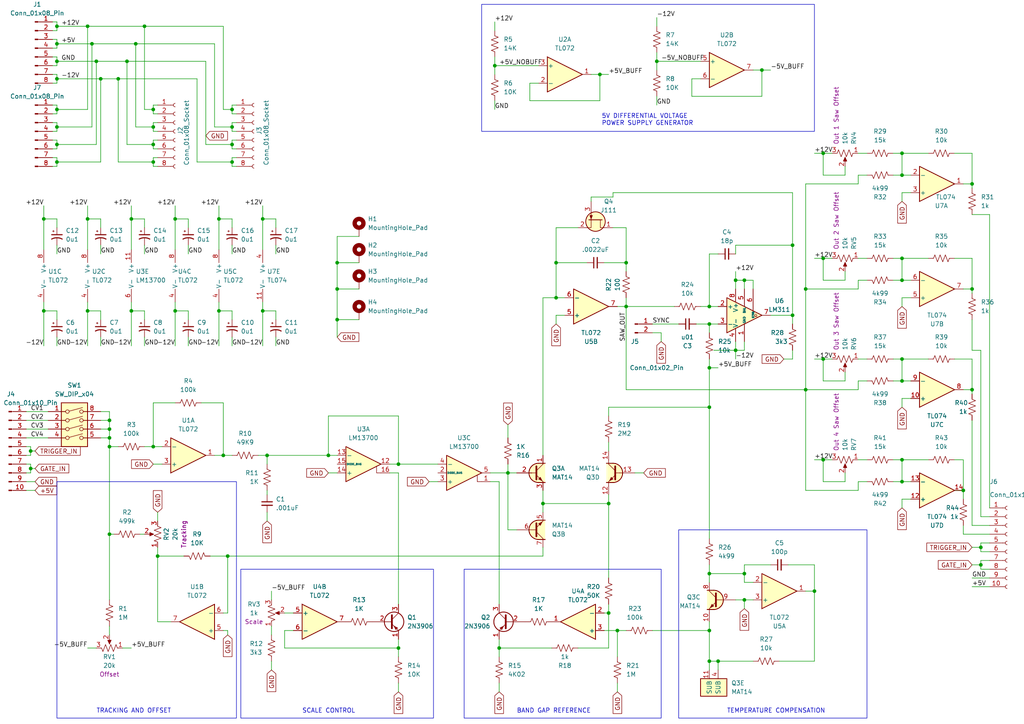
<source format=kicad_sch>
(kicad_sch
	(version 20250114)
	(generator "eeschema")
	(generator_version "9.0")
	(uuid "63dc24db-dfe6-454f-93d1-c2c5c66d52bf")
	(paper "A4")
	
	(rectangle
		(start 69.85 165.1)
		(end 125.73 208.28)
		(stroke
			(width 0)
			(type default)
		)
		(fill
			(type none)
		)
		(uuid 04a8c62b-b017-41bb-9329-078e2b354807)
	)
	(rectangle
		(start 134.62 165.1)
		(end 191.77 208.28)
		(stroke
			(width 0)
			(type default)
		)
		(fill
			(type none)
		)
		(uuid 724dcf41-5137-4b0c-b6d8-3922c366c4e9)
	)
	(rectangle
		(start 16.51 139.7)
		(end 68.58 208.28)
		(stroke
			(width 0)
			(type default)
		)
		(fill
			(type none)
		)
		(uuid 9d9ac478-de27-47de-a47f-14b9cd1194e2)
	)
	(rectangle
		(start 196.85 153.67)
		(end 251.46 208.28)
		(stroke
			(width 0)
			(type default)
		)
		(fill
			(type none)
		)
		(uuid b75442de-dd48-4be2-8c24-47141b4f6b20)
	)
	(rectangle
		(start 139.7 1.27)
		(end 236.22 38.1)
		(stroke
			(width 0)
			(type default)
		)
		(fill
			(type none)
		)
		(uuid da14398c-11c3-42e8-ba07-db20f9f1da2f)
	)
	(text "TEMPERATURE COMPENSATION"
		(exclude_from_sim no)
		(at 210.82 207.01 0)
		(effects
			(font
				(size 1.27 1.27)
			)
			(justify left bottom)
		)
		(uuid "17866e92-02c4-46cc-9f55-b9aa3c45078e")
	)
	(text "5V DIFFERENTIAL VOLTAGE\nPOWER SUPPLY GENERATOR"
		(exclude_from_sim no)
		(at 174.498 36.576 0)
		(effects
			(font
				(size 1.27 1.27)
			)
			(justify left bottom)
		)
		(uuid "3da8d905-51c4-42d7-87d3-d104867ac095")
	)
	(text "BAND GAP REFERENCE"
		(exclude_from_sim no)
		(at 149.86 207.01 0)
		(effects
			(font
				(size 1.27 1.27)
			)
			(justify left bottom)
		)
		(uuid "5b68ffad-76cd-48a8-ad4f-6a3a2c36b59f")
	)
	(text "TRACKING AND OFFSET"
		(exclude_from_sim no)
		(at 27.94 207.01 0)
		(effects
			(font
				(size 1.27 1.27)
			)
			(justify left bottom)
		)
		(uuid "985374f4-a62d-49c7-8e0a-2950b2ea2bb9")
	)
	(text "SCALE CONTROL"
		(exclude_from_sim no)
		(at 87.63 207.01 0)
		(effects
			(font
				(size 1.27 1.27)
			)
			(justify left bottom)
		)
		(uuid "ac2f1d1c-06e3-4755-a859-8c55a5610cdb")
	)
	(junction
		(at 205.74 191.77)
		(diameter 0)
		(color 0 0 0 0)
		(uuid "02d28c79-d459-462f-9081-c317af3e2c95")
	)
	(junction
		(at 261.62 44.45)
		(diameter 0)
		(color 0 0 0 0)
		(uuid "05db7a96-52c6-467e-a261-273b13a5e1b9")
	)
	(junction
		(at 67.31 41.91)
		(diameter 0)
		(color 0 0 0 0)
		(uuid "060dc035-51e1-484d-80b5-f2916a9f1b9a")
	)
	(junction
		(at 16.51 17.78)
		(diameter 0)
		(color 0 0 0 0)
		(uuid "0f4b0b8f-3f10-48ee-9d0e-18f118714d44")
	)
	(junction
		(at 143.51 19.05)
		(diameter 0)
		(color 0 0 0 0)
		(uuid "14de10d1-3580-4055-a1b9-aa1ced3dd05c")
	)
	(junction
		(at 97.79 83.82)
		(diameter 0)
		(color 0 0 0 0)
		(uuid "181aea8e-61da-4555-aad6-9a69aec56590")
	)
	(junction
		(at 215.9 166.37)
		(diameter 0)
		(color 0 0 0 0)
		(uuid "191111c6-53da-4b8d-86f7-d99777b2bff9")
	)
	(junction
		(at 261.62 133.35)
		(diameter 0)
		(color 0 0 0 0)
		(uuid "19e51fc1-1bdb-4426-a028-b46fada03dd4")
	)
	(junction
		(at 26.67 12.7)
		(diameter 0)
		(color 0 0 0 0)
		(uuid "224de21a-efa9-4f80-9fba-bb522ee442cd")
	)
	(junction
		(at 238.76 133.35)
		(diameter 0)
		(color 0 0 0 0)
		(uuid "259b9f7e-ad00-4c46-8cb0-f03328b178af")
	)
	(junction
		(at 233.68 113.03)
		(diameter 0)
		(color 0 0 0 0)
		(uuid "284e8669-9ba9-4517-a751-14c775779505")
	)
	(junction
		(at 31.75 124.46)
		(diameter 0)
		(color 0 0 0 0)
		(uuid "28ca3ffc-4ee1-450b-aec4-14038a3c4f6b")
	)
	(junction
		(at 36.83 17.78)
		(diameter 0)
		(color 0 0 0 0)
		(uuid "28d92150-938a-405b-bcc9-a4fa2cc3af76")
	)
	(junction
		(at 213.36 101.6)
		(diameter 0)
		(color 0 0 0 0)
		(uuid "28fdd1b3-aaa2-43ec-8fa3-13aba725d42c")
	)
	(junction
		(at 27.94 17.78)
		(diameter 0)
		(color 0 0 0 0)
		(uuid "2cd87c0e-855e-482a-ac80-c880a026df8e")
	)
	(junction
		(at 238.76 44.45)
		(diameter 0)
		(color 0 0 0 0)
		(uuid "2d5d91a4-1556-4e54-946a-63e96724620c")
	)
	(junction
		(at 279.4 142.24)
		(diameter 0)
		(color 0 0 0 0)
		(uuid "2d961a5d-01dc-4d94-93c5-81849de497b9")
	)
	(junction
		(at 236.22 171.45)
		(diameter 0)
		(color 0 0 0 0)
		(uuid "379870b4-cc40-4cd1-8dcf-0ccd3549d9db")
	)
	(junction
		(at 16.51 41.91)
		(diameter 0)
		(color 0 0 0 0)
		(uuid "39a98e75-52cf-4f20-b1f8-7721f536eb58")
	)
	(junction
		(at 16.51 31.75)
		(diameter 0)
		(color 0 0 0 0)
		(uuid "3b9132c6-68e0-4b49-a322-5af2d3596e2f")
	)
	(junction
		(at 45.72 161.29)
		(diameter 0)
		(color 0 0 0 0)
		(uuid "3befbc10-f916-4743-adc3-b6f332d85435")
	)
	(junction
		(at 16.51 22.86)
		(diameter 0)
		(color 0 0 0 0)
		(uuid "3cb95570-1c3b-4a25-a20a-df1f36d3e2b0")
	)
	(junction
		(at 281.94 113.03)
		(diameter 0)
		(color 0 0 0 0)
		(uuid "3e74dd26-628f-4139-934a-46d7043f2f2f")
	)
	(junction
		(at 76.2 90.17)
		(diameter 0)
		(color 0 0 0 0)
		(uuid "3eca239c-4787-418e-8552-69198e4ebb2d")
	)
	(junction
		(at 16.51 46.99)
		(diameter 0)
		(color 0 0 0 0)
		(uuid "40b7cecb-e336-4dfe-adce-00853e4a7322")
	)
	(junction
		(at 76.2 63.5)
		(diameter 0)
		(color 0 0 0 0)
		(uuid "437c2e02-2bea-432a-9bfc-ba928fe0aee6")
	)
	(junction
		(at 44.45 41.91)
		(diameter 0)
		(color 0 0 0 0)
		(uuid "451f26b2-85b7-458d-aa6b-33a5316d3d69")
	)
	(junction
		(at 261.62 81.28)
		(diameter 0)
		(color 0 0 0 0)
		(uuid "45f7ca1f-f0bd-4a8f-a380-2ad398154912")
	)
	(junction
		(at 215.9 173.99)
		(diameter 0)
		(color 0 0 0 0)
		(uuid "4ac0c744-393e-4701-9bb6-a8278a3b8c82")
	)
	(junction
		(at 38.1 63.5)
		(diameter 0)
		(color 0 0 0 0)
		(uuid "4c575dac-b22f-4ca7-ac07-dfd726d831ae")
	)
	(junction
		(at 67.31 31.75)
		(diameter 0)
		(color 0 0 0 0)
		(uuid "50523e3b-5d9c-4f2b-a58f-fbf3162125c8")
	)
	(junction
		(at 25.4 90.17)
		(diameter 0)
		(color 0 0 0 0)
		(uuid "5077d700-1ce0-4891-8d0d-b6107bf66f73")
	)
	(junction
		(at 281.94 53.34)
		(diameter 0)
		(color 0 0 0 0)
		(uuid "51222078-09fa-4346-980b-283fbecfac94")
	)
	(junction
		(at 238.76 74.93)
		(diameter 0)
		(color 0 0 0 0)
		(uuid "53723d0b-15b3-49a2-bca4-aa2a8f4d2f11")
	)
	(junction
		(at 190.5 17.78)
		(diameter 0)
		(color 0 0 0 0)
		(uuid "58c442c5-d450-4bba-bbbc-0638891e20b6")
	)
	(junction
		(at 261.62 50.8)
		(diameter 0)
		(color 0 0 0 0)
		(uuid "5ace3043-68b8-4bfb-8318-d526d0d40c1a")
	)
	(junction
		(at 261.62 74.93)
		(diameter 0)
		(color 0 0 0 0)
		(uuid "5ba77f92-29d2-4ca9-8cd2-707f6551d8c0")
	)
	(junction
		(at 38.1 90.17)
		(diameter 0)
		(color 0 0 0 0)
		(uuid "5dc49dd7-8137-489e-9793-77179eb6f75c")
	)
	(junction
		(at 39.37 12.7)
		(diameter 0)
		(color 0 0 0 0)
		(uuid "612735aa-685c-4d87-afe0-59a4c358082c")
	)
	(junction
		(at 63.5 63.5)
		(diameter 0)
		(color 0 0 0 0)
		(uuid "6227a030-f933-467f-96a2-bb6f9f9ac0c9")
	)
	(junction
		(at 281.94 83.82)
		(diameter 0)
		(color 0 0 0 0)
		(uuid "653210ab-6d07-4152-a41a-69eadd469c7b")
	)
	(junction
		(at 95.25 132.08)
		(diameter 0)
		(color 0 0 0 0)
		(uuid "6546ad1b-590a-4f88-a7a0-44a1a0e27c6c")
	)
	(junction
		(at 205.74 166.37)
		(diameter 0)
		(color 0 0 0 0)
		(uuid "66fa370d-2b91-4073-b28a-eb63d8a0f0f3")
	)
	(junction
		(at 261.62 139.7)
		(diameter 0)
		(color 0 0 0 0)
		(uuid "67ac7e8e-3770-4293-8a93-2801529acd97")
	)
	(junction
		(at 16.51 12.7)
		(diameter 0)
		(color 0 0 0 0)
		(uuid "67cc9a24-a4ea-481f-8289-21ef8a99df9c")
	)
	(junction
		(at 31.75 129.54)
		(diameter 0)
		(color 0 0 0 0)
		(uuid "6a9dfdbc-f6a5-4237-8378-f597f0d3dab7")
	)
	(junction
		(at 66.04 161.29)
		(diameter 0)
		(color 0 0 0 0)
		(uuid "6f193a39-29d5-4cb4-b9fc-841442832b84")
	)
	(junction
		(at 205.74 118.11)
		(diameter 0)
		(color 0 0 0 0)
		(uuid "73778358-ab93-4b85-b2fc-a3ec569848ba")
	)
	(junction
		(at 97.79 76.2)
		(diameter 0)
		(color 0 0 0 0)
		(uuid "77bf604e-e6ea-419a-86f7-64457bf80567")
	)
	(junction
		(at 31.75 127)
		(diameter 0)
		(color 0 0 0 0)
		(uuid "79fdc1af-168a-4a74-86af-fda9f4ec0a6e")
	)
	(junction
		(at 205.74 88.9)
		(diameter 0)
		(color 0 0 0 0)
		(uuid "7b02d926-b020-4ff4-b51a-4b4509c7148c")
	)
	(junction
		(at 67.31 46.99)
		(diameter 0)
		(color 0 0 0 0)
		(uuid "7c2a0ef1-997d-437f-beaf-62c7f832ec63")
	)
	(junction
		(at 229.87 71.12)
		(diameter 0)
		(color 0 0 0 0)
		(uuid "7c657834-cd77-477b-979d-a7522182d54f")
	)
	(junction
		(at 16.51 36.83)
		(diameter 0)
		(color 0 0 0 0)
		(uuid "826bdb3c-60c9-433e-a3ac-92b2cf5453ae")
	)
	(junction
		(at 179.07 182.88)
		(diameter 0)
		(color 0 0 0 0)
		(uuid "8363bcda-454e-409a-9230-a5e427c83726")
	)
	(junction
		(at 261.62 104.14)
		(diameter 0)
		(color 0 0 0 0)
		(uuid "845f905b-d44e-4ce8-a33e-12c324f56898")
	)
	(junction
		(at 229.87 91.44)
		(diameter 0)
		(color 0 0 0 0)
		(uuid "851d8e79-c3b5-4eb5-9909-804e97824216")
	)
	(junction
		(at 67.31 36.83)
		(diameter 0)
		(color 0 0 0 0)
		(uuid "85ec822c-74a4-4944-8057-9a0e4cd147e9")
	)
	(junction
		(at 181.61 88.9)
		(diameter 0)
		(color 0 0 0 0)
		(uuid "8b71a218-699a-42c8-bf15-f37776b9237d")
	)
	(junction
		(at 12.7 63.5)
		(diameter 0)
		(color 0 0 0 0)
		(uuid "9015075c-6923-4d00-a467-5bc5ad25ab46")
	)
	(junction
		(at 8.89 130.81)
		(diameter 0)
		(color 0 0 0 0)
		(uuid "98206fa2-6356-41e9-b616-e5ac09bc71fe")
	)
	(junction
		(at 16.51 7.62)
		(diameter 0)
		(color 0 0 0 0)
		(uuid "9cafb792-45dc-4854-bcc9-66d79554d0a2")
	)
	(junction
		(at 233.68 83.82)
		(diameter 0)
		(color 0 0 0 0)
		(uuid "9cf160f6-ed22-4481-892c-0ffca071be43")
	)
	(junction
		(at 205.74 106.68)
		(diameter 0)
		(color 0 0 0 0)
		(uuid "aa97b8d0-6d1a-4797-9456-d45590d4bebc")
	)
	(junction
		(at 44.45 129.54)
		(diameter 0)
		(color 0 0 0 0)
		(uuid "abe686a8-c471-4b7d-a812-b2b3b820b923")
	)
	(junction
		(at 44.45 31.75)
		(diameter 0)
		(color 0 0 0 0)
		(uuid "ae8d97da-0648-4957-a69d-d324f4080444")
	)
	(junction
		(at 208.28 191.77)
		(diameter 0)
		(color 0 0 0 0)
		(uuid "b3939867-4356-46fa-8dfb-ab9f664700e4")
	)
	(junction
		(at 261.62 110.49)
		(diameter 0)
		(color 0 0 0 0)
		(uuid "ba1e6c11-76b9-41c1-b4a0-c748f2dd1d18")
	)
	(junction
		(at 41.91 7.62)
		(diameter 0)
		(color 0 0 0 0)
		(uuid "bb7f34c7-be28-4ae5-8acb-435c523647ee")
	)
	(junction
		(at 77.47 132.08)
		(diameter 0)
		(color 0 0 0 0)
		(uuid "bdf1ddca-397c-4ee8-bd0d-7095acd8723a")
	)
	(junction
		(at 25.4 7.62)
		(diameter 0)
		(color 0 0 0 0)
		(uuid "c02d04ac-efd1-4616-8d07-9f81fc09e57c")
	)
	(junction
		(at 176.53 177.8)
		(diameter 0)
		(color 0 0 0 0)
		(uuid "c02d2971-aa2c-4e0d-85a5-fcc97c4bfc8d")
	)
	(junction
		(at 213.36 81.28)
		(diameter 0)
		(color 0 0 0 0)
		(uuid "c047cadc-f2f0-4eee-b4af-6700e040091d")
	)
	(junction
		(at 157.48 146.05)
		(diameter 0)
		(color 0 0 0 0)
		(uuid "c6c108a2-e574-48ad-b9e4-f4e5ae4a70ec")
	)
	(junction
		(at 147.32 137.16)
		(diameter 0)
		(color 0 0 0 0)
		(uuid "ca6aea49-affb-4aed-b37c-2b8ee9e2e13b")
	)
	(junction
		(at 97.79 92.71)
		(diameter 0)
		(color 0 0 0 0)
		(uuid "caf49574-4000-4da1-84f3-4072ff0bb835")
	)
	(junction
		(at 63.5 90.17)
		(diameter 0)
		(color 0 0 0 0)
		(uuid "cc063f0d-b04d-4e0b-b105-c025d8be7cba")
	)
	(junction
		(at 144.78 187.96)
		(diameter 0)
		(color 0 0 0 0)
		(uuid "cc65bcd7-6394-47b9-a301-953198765ab3")
	)
	(junction
		(at 50.8 90.17)
		(diameter 0)
		(color 0 0 0 0)
		(uuid "cd17a52a-148c-47e4-928f-243c45c56950")
	)
	(junction
		(at 115.57 187.96)
		(diameter 0)
		(color 0 0 0 0)
		(uuid "d468d4f5-bf84-4cf5-97d3-2dacbdb7643d")
	)
	(junction
		(at 50.8 63.5)
		(diameter 0)
		(color 0 0 0 0)
		(uuid "d47f8a04-853b-4a0c-b5ce-df3d2c60b307")
	)
	(junction
		(at 181.61 76.2)
		(diameter 0)
		(color 0 0 0 0)
		(uuid "d8144698-1ae9-4c22-b4dc-8e96a97ce566")
	)
	(junction
		(at 205.74 182.88)
		(diameter 0)
		(color 0 0 0 0)
		(uuid "d875d131-75fb-46de-b133-4b613e01bd91")
	)
	(junction
		(at 31.75 154.94)
		(diameter 0)
		(color 0 0 0 0)
		(uuid "d9630e86-7f84-4bc5-9c12-f06ce0edbea1")
	)
	(junction
		(at 31.75 121.92)
		(diameter 0)
		(color 0 0 0 0)
		(uuid "db476612-4e48-42fe-a349-fe9898f8f015")
	)
	(junction
		(at 12.7 90.17)
		(diameter 0)
		(color 0 0 0 0)
		(uuid "dbac3823-40b3-4f75-ab06-284c581cce5f")
	)
	(junction
		(at 25.4 63.5)
		(diameter 0)
		(color 0 0 0 0)
		(uuid "de29aa0b-7363-464e-84c9-84616c236a20")
	)
	(junction
		(at 238.76 104.14)
		(diameter 0)
		(color 0 0 0 0)
		(uuid "dfb4a37e-5908-4812-a5a2-cc55e562df03")
	)
	(junction
		(at 284.48 158.75)
		(diameter 0)
		(color 0 0 0 0)
		(uuid "e1de0142-f526-4ac8-88bd-5167b78648d0")
	)
	(junction
		(at 220.98 20.32)
		(diameter 0)
		(color 0 0 0 0)
		(uuid "e58ea217-87ea-4483-a398-703602f0e43e")
	)
	(junction
		(at 34.29 22.86)
		(diameter 0)
		(color 0 0 0 0)
		(uuid "e634ba14-030e-4816-8efe-2f9974cb8f95")
	)
	(junction
		(at 173.99 21.59)
		(diameter 0)
		(color 0 0 0 0)
		(uuid "e7667b80-b2d7-4304-aa65-f2f872143bfc")
	)
	(junction
		(at 44.45 46.99)
		(diameter 0)
		(color 0 0 0 0)
		(uuid "e897f4de-9438-4643-89d3-09cffcc4a072")
	)
	(junction
		(at 284.48 163.83)
		(diameter 0)
		(color 0 0 0 0)
		(uuid "ea38025c-a9c3-44dc-8d62-c8d045a17710")
	)
	(junction
		(at 44.45 36.83)
		(diameter 0)
		(color 0 0 0 0)
		(uuid "ec85cfaa-5dd2-47dc-af00-911571f5f957")
	)
	(junction
		(at 29.21 22.86)
		(diameter 0)
		(color 0 0 0 0)
		(uuid "ee49ddf5-5e54-4693-a05c-cc3c196e39de")
	)
	(junction
		(at 161.29 76.2)
		(diameter 0)
		(color 0 0 0 0)
		(uuid "f225e852-43ac-4dc9-a6d2-800b2a87f74d")
	)
	(junction
		(at 8.89 135.89)
		(diameter 0)
		(color 0 0 0 0)
		(uuid "f32884a4-6fd1-4635-9783-3aadc523fa31")
	)
	(junction
		(at 64.77 132.08)
		(diameter 0)
		(color 0 0 0 0)
		(uuid "f3df0816-33b9-4994-98fe-8667ea051cbb")
	)
	(junction
		(at 161.29 86.36)
		(diameter 0)
		(color 0 0 0 0)
		(uuid "f45f9c8a-bdf6-40bc-8aa4-31e8a88e996c")
	)
	(junction
		(at 115.57 134.62)
		(diameter 0)
		(color 0 0 0 0)
		(uuid "f7da8d6f-94c1-4467-92cd-6fe8d01d9ffe")
	)
	(junction
		(at 215.9 81.28)
		(diameter 0)
		(color 0 0 0 0)
		(uuid "fad388bd-5621-467b-8d92-e119bac331fa")
	)
	(junction
		(at 176.53 146.05)
		(diameter 0)
		(color 0 0 0 0)
		(uuid "fdeadcc8-56a8-457b-a0ae-8e2b2ae837f9")
	)
	(junction
		(at 205.74 93.98)
		(diameter 0)
		(color 0 0 0 0)
		(uuid "fe0404f4-e9a3-42f0-b6b9-dce9b6e8e3ae")
	)
	(wire
		(pts
			(xy 238.76 44.45) (xy 238.76 50.8)
		)
		(stroke
			(width 0)
			(type default)
		)
		(uuid "008756e6-078b-40c6-89ee-f1b28b87dcea")
	)
	(wire
		(pts
			(xy 284.48 162.56) (xy 284.48 163.83)
		)
		(stroke
			(width 0)
			(type default)
		)
		(uuid "00921b9d-c1da-48f6-a241-e3866d099d23")
	)
	(wire
		(pts
			(xy 215.9 173.99) (xy 218.44 173.99)
		)
		(stroke
			(width 0)
			(type default)
		)
		(uuid "0105ad1b-992b-4cad-81f8-454d8034fb90")
	)
	(wire
		(pts
			(xy 33.02 154.94) (xy 31.75 154.94)
		)
		(stroke
			(width 0)
			(type default)
		)
		(uuid "016c7c88-e3d2-4f4b-ba97-da3f2443267b")
	)
	(wire
		(pts
			(xy 284.48 165.1) (xy 287.02 165.1)
		)
		(stroke
			(width 0)
			(type default)
		)
		(uuid "019ac70c-fc2a-4182-82fa-03fbda47abbd")
	)
	(wire
		(pts
			(xy 15.24 19.05) (xy 16.51 19.05)
		)
		(stroke
			(width 0)
			(type default)
		)
		(uuid "01a3f4f0-bfab-461f-bd49-9691f84fb5b7")
	)
	(wire
		(pts
			(xy 115.57 137.16) (xy 115.57 175.26)
		)
		(stroke
			(width 0)
			(type default)
		)
		(uuid "028fb301-a538-4127-9402-03d990b883f4")
	)
	(wire
		(pts
			(xy 245.11 110.49) (xy 245.11 107.95)
		)
		(stroke
			(width 0)
			(type default)
		)
		(uuid "039397a0-0c4b-49fe-9540-17a6ee08f569")
	)
	(wire
		(pts
			(xy 147.32 134.62) (xy 147.32 137.16)
		)
		(stroke
			(width 0)
			(type default)
		)
		(uuid "06181cb3-e4a2-4d57-89f4-00563d4d3fbb")
	)
	(wire
		(pts
			(xy 226.06 191.77) (xy 236.22 191.77)
		)
		(stroke
			(width 0)
			(type default)
		)
		(uuid "071d855d-d254-484f-9bd1-cde8a3e72185")
	)
	(wire
		(pts
			(xy 279.4 133.35) (xy 279.4 142.24)
		)
		(stroke
			(width 0)
			(type default)
		)
		(uuid "0729f6b8-e0a8-43a3-8e15-1c1ba7763326")
	)
	(wire
		(pts
			(xy 181.61 88.9) (xy 181.61 113.03)
		)
		(stroke
			(width 0)
			(type default)
		)
		(uuid "074f0c0f-debc-4d0b-b025-490a59123c7e")
	)
	(wire
		(pts
			(xy 189.23 182.88) (xy 205.74 182.88)
		)
		(stroke
			(width 0)
			(type default)
		)
		(uuid "07cee4cf-f1b6-47b8-a0a2-2d676094a822")
	)
	(wire
		(pts
			(xy 76.2 90.17) (xy 76.2 100.33)
		)
		(stroke
			(width 0)
			(type default)
		)
		(uuid "07f502c3-bc37-461e-a7f6-6e7f42bdd5ba")
	)
	(wire
		(pts
			(xy 45.72 158.75) (xy 45.72 161.29)
		)
		(stroke
			(width 0)
			(type default)
		)
		(uuid "086d0fb6-427a-4555-b917-3a60d89b8b38")
	)
	(wire
		(pts
			(xy 44.45 36.83) (xy 39.37 36.83)
		)
		(stroke
			(width 0)
			(type default)
		)
		(uuid "08b527c1-c437-4b05-99c2-e61eea347dca")
	)
	(wire
		(pts
			(xy 236.22 191.77) (xy 236.22 171.45)
		)
		(stroke
			(width 0)
			(type default)
		)
		(uuid "090c97ad-fc0d-461e-8278-8470b61118aa")
	)
	(wire
		(pts
			(xy 67.31 45.72) (xy 67.31 46.99)
		)
		(stroke
			(width 0)
			(type default)
		)
		(uuid "09846f50-6803-41c8-8da5-c1f8313200af")
	)
	(wire
		(pts
			(xy 233.68 53.34) (xy 248.92 53.34)
		)
		(stroke
			(width 0)
			(type default)
		)
		(uuid "0aefa795-e188-4d65-a92a-0a5225f9bd64")
	)
	(wire
		(pts
			(xy 95.25 120.65) (xy 115.57 120.65)
		)
		(stroke
			(width 0)
			(type default)
		)
		(uuid "0b5b9d2e-f643-4685-9b4e-4c8c8f3165b0")
	)
	(wire
		(pts
			(xy 16.51 35.56) (xy 16.51 36.83)
		)
		(stroke
			(width 0)
			(type default)
		)
		(uuid "0ba4eae7-492e-4f52-9f4a-5e936d1d91cb")
	)
	(wire
		(pts
			(xy 67.31 90.17) (xy 63.5 90.17)
		)
		(stroke
			(width 0)
			(type default)
		)
		(uuid "0c6683bd-b95a-4bd0-91cd-5b5d474e0e6f")
	)
	(wire
		(pts
			(xy 236.22 74.93) (xy 238.76 74.93)
		)
		(stroke
			(width 0)
			(type default)
		)
		(uuid "0cf27515-0f5c-400c-bba7-79a7efcb20a0")
	)
	(wire
		(pts
			(xy 218.44 191.77) (xy 208.28 191.77)
		)
		(stroke
			(width 0)
			(type default)
		)
		(uuid "0d0c0a48-5054-4cfb-9621-cd87fce09c04")
	)
	(wire
		(pts
			(xy 220.98 27.94) (xy 220.98 20.32)
		)
		(stroke
			(width 0)
			(type default)
		)
		(uuid "0e6f7150-293b-442a-864c-f87041e0e882")
	)
	(wire
		(pts
			(xy 16.51 7.62) (xy 16.51 8.89)
		)
		(stroke
			(width 0)
			(type default)
		)
		(uuid "0f047774-ea2d-40a0-a607-34e6444893e4")
	)
	(wire
		(pts
			(xy 179.07 88.9) (xy 181.61 88.9)
		)
		(stroke
			(width 0)
			(type default)
		)
		(uuid "0f12c03e-c520-4463-8c37-1ffd4e25a3dc")
	)
	(wire
		(pts
			(xy 261.62 50.8) (xy 264.16 50.8)
		)
		(stroke
			(width 0)
			(type default)
		)
		(uuid "0f427477-bcad-4509-be29-0a3385314f0d")
	)
	(wire
		(pts
			(xy 16.51 16.51) (xy 16.51 17.78)
		)
		(stroke
			(width 0)
			(type default)
		)
		(uuid "10711f3f-82cc-44a9-b5b2-c64a174634b8")
	)
	(wire
		(pts
			(xy 44.45 30.48) (xy 44.45 31.75)
		)
		(stroke
			(width 0)
			(type default)
		)
		(uuid "10a433c6-8ea9-4a3f-930b-f1d74636deab")
	)
	(wire
		(pts
			(xy 29.21 63.5) (xy 29.21 66.04)
		)
		(stroke
			(width 0)
			(type default)
		)
		(uuid "111995d7-2a35-4cf7-bc95-ffe4015459b8")
	)
	(wire
		(pts
			(xy 95.25 137.16) (xy 97.79 137.16)
		)
		(stroke
			(width 0)
			(type default)
		)
		(uuid "1132b01e-fa5e-4c28-af4e-1fa641949306")
	)
	(wire
		(pts
			(xy 8.89 135.89) (xy 10.16 135.89)
		)
		(stroke
			(width 0)
			(type default)
		)
		(uuid "120d104b-fcc1-497e-8ec4-20d1072d0208")
	)
	(wire
		(pts
			(xy 97.79 76.2) (xy 104.14 76.2)
		)
		(stroke
			(width 0)
			(type default)
		)
		(uuid "128695fc-9375-4643-af6b-0a382391b7aa")
	)
	(wire
		(pts
			(xy 161.29 86.36) (xy 163.83 86.36)
		)
		(stroke
			(width 0)
			(type default)
		)
		(uuid "12e6c315-4970-46cc-94aa-047303923525")
	)
	(wire
		(pts
			(xy 200.66 22.86) (xy 200.66 27.94)
		)
		(stroke
			(width 0)
			(type default)
		)
		(uuid "134c2193-8fde-4762-bbf5-c894679a8e5b")
	)
	(wire
		(pts
			(xy 45.72 161.29) (xy 53.34 161.29)
		)
		(stroke
			(width 0)
			(type default)
		)
		(uuid "13c6dbcb-ef2d-4c69-ba85-b29ca6189b62")
	)
	(wire
		(pts
			(xy 284.48 157.48) (xy 284.48 158.75)
		)
		(stroke
			(width 0)
			(type default)
		)
		(uuid "13cf99cf-8754-4c75-8888-c7d9c89c05be")
	)
	(wire
		(pts
			(xy 205.74 166.37) (xy 205.74 168.91)
		)
		(stroke
			(width 0)
			(type default)
		)
		(uuid "13d74157-1962-4e2f-8da4-c310ba7f3087")
	)
	(wire
		(pts
			(xy 238.76 110.49) (xy 245.11 110.49)
		)
		(stroke
			(width 0)
			(type default)
		)
		(uuid "14242cf7-d953-4bd3-9826-82ada75bb40c")
	)
	(wire
		(pts
			(xy 279.4 83.82) (xy 281.94 83.82)
		)
		(stroke
			(width 0)
			(type default)
		)
		(uuid "15cc6e8d-907f-4cce-a5bd-3a1d4d6297a0")
	)
	(wire
		(pts
			(xy 44.45 45.72) (xy 44.45 46.99)
		)
		(stroke
			(width 0)
			(type default)
		)
		(uuid "1603b843-5bc8-4857-8cb9-30caa60b442c")
	)
	(wire
		(pts
			(xy 31.75 129.54) (xy 31.75 154.94)
		)
		(stroke
			(width 0)
			(type default)
		)
		(uuid "162976a6-1048-4d07-9a52-39c77dc7d7d8")
	)
	(wire
		(pts
			(xy 12.7 63.5) (xy 12.7 72.39)
		)
		(stroke
			(width 0)
			(type default)
		)
		(uuid "1700e657-3276-4cff-b64b-8739b4d2b6bb")
	)
	(wire
		(pts
			(xy 238.76 50.8) (xy 245.11 50.8)
		)
		(stroke
			(width 0)
			(type default)
		)
		(uuid "1705d175-af2f-4c79-b052-754168a83c10")
	)
	(wire
		(pts
			(xy 16.51 45.72) (xy 16.51 46.99)
		)
		(stroke
			(width 0)
			(type default)
		)
		(uuid "173f1ac7-723c-4308-ab87-bba84246c1e8")
	)
	(wire
		(pts
			(xy 44.45 31.75) (xy 44.45 33.02)
		)
		(stroke
			(width 0)
			(type default)
		)
		(uuid "17ab8e2a-629a-4fd5-9934-963d7395479a")
	)
	(wire
		(pts
			(xy 77.47 142.24) (xy 77.47 143.51)
		)
		(stroke
			(width 0)
			(type default)
		)
		(uuid "17d18736-819c-4610-8629-ff2df464d66f")
	)
	(wire
		(pts
			(xy 64.77 7.62) (xy 41.91 7.62)
		)
		(stroke
			(width 0)
			(type default)
		)
		(uuid "183d3b33-20be-4fcc-b2ca-39c31235e985")
	)
	(wire
		(pts
			(xy 281.94 101.6) (xy 284.48 101.6)
		)
		(stroke
			(width 0)
			(type default)
		)
		(uuid "18612be7-738d-465b-843e-ac20c7381072")
	)
	(wire
		(pts
			(xy 248.92 44.45) (xy 251.46 44.45)
		)
		(stroke
			(width 0)
			(type default)
		)
		(uuid "19744933-4666-4be3-a58b-004632953803")
	)
	(wire
		(pts
			(xy 215.9 173.99) (xy 215.9 176.53)
		)
		(stroke
			(width 0)
			(type default)
		)
		(uuid "19d83f7d-b25a-41b6-9f95-bedfcb279166")
	)
	(wire
		(pts
			(xy 144.78 187.96) (xy 144.78 185.42)
		)
		(stroke
			(width 0)
			(type default)
		)
		(uuid "19ebfaec-20a1-4b5e-a8e5-4bee273629a5")
	)
	(wire
		(pts
			(xy 44.45 40.64) (xy 45.72 40.64)
		)
		(stroke
			(width 0)
			(type default)
		)
		(uuid "1a0d48ad-9ca0-4fc5-8b2d-f0285aae76fa")
	)
	(wire
		(pts
			(xy 215.9 166.37) (xy 215.9 168.91)
		)
		(stroke
			(width 0)
			(type default)
		)
		(uuid "1b0039dc-b4b7-47c2-9601-3855521f5679")
	)
	(wire
		(pts
			(xy 281.94 163.83) (xy 284.48 163.83)
		)
		(stroke
			(width 0)
			(type default)
		)
		(uuid "1b3582c7-b565-499c-b6aa-79d5a31476c7")
	)
	(wire
		(pts
			(xy 67.31 97.79) (xy 67.31 100.33)
		)
		(stroke
			(width 0)
			(type default)
		)
		(uuid "1b46f1ec-a9b4-4c95-b3be-afe21db28bdf")
	)
	(wire
		(pts
			(xy 238.76 133.35) (xy 238.76 139.7)
		)
		(stroke
			(width 0)
			(type default)
		)
		(uuid "1bbd820b-6554-4773-9d71-2990578d6db2")
	)
	(wire
		(pts
			(xy 39.37 36.83) (xy 39.37 12.7)
		)
		(stroke
			(width 0)
			(type default)
		)
		(uuid "1c8951c2-4f48-4666-bb48-1c23b40861af")
	)
	(wire
		(pts
			(xy 157.48 161.29) (xy 157.48 158.75)
		)
		(stroke
			(width 0)
			(type default)
		)
		(uuid "1ca18d38-750a-4bee-94a4-e713d6f12607")
	)
	(wire
		(pts
			(xy 281.94 113.03) (xy 281.94 114.3)
		)
		(stroke
			(width 0)
			(type default)
		)
		(uuid "1d93acad-43fe-48e0-90f2-9648e606ae0e")
	)
	(wire
		(pts
			(xy 44.45 46.99) (xy 34.29 46.99)
		)
		(stroke
			(width 0)
			(type default)
		)
		(uuid "1dc10fe6-c769-4aad-8f7d-1f1428cf53b0")
	)
	(wire
		(pts
			(xy 31.75 121.92) (xy 31.75 124.46)
		)
		(stroke
			(width 0)
			(type default)
		)
		(uuid "1dfd3111-2c9e-41dc-969c-487ab1e06672")
	)
	(wire
		(pts
			(xy 205.74 163.83) (xy 205.74 166.37)
		)
		(stroke
			(width 0)
			(type default)
		)
		(uuid "1e370814-0218-4e8e-83b6-51086aed191a")
	)
	(wire
		(pts
			(xy 15.24 43.18) (xy 16.51 43.18)
		)
		(stroke
			(width 0)
			(type default)
		)
		(uuid "205c8651-3217-479c-adad-a45e96e1743c")
	)
	(wire
		(pts
			(xy 67.31 63.5) (xy 67.31 66.04)
		)
		(stroke
			(width 0)
			(type default)
		)
		(uuid "20ac65ce-9871-4382-b472-8efe774cd676")
	)
	(wire
		(pts
			(xy 261.62 144.78) (xy 261.62 147.32)
		)
		(stroke
			(width 0)
			(type default)
		)
		(uuid "212e187d-3e9d-401c-857f-3f6b6eefe54d")
	)
	(wire
		(pts
			(xy 38.1 59.69) (xy 38.1 63.5)
		)
		(stroke
			(width 0)
			(type default)
		)
		(uuid "21d489e3-c866-4c34-a101-7fd2e27807b0")
	)
	(wire
		(pts
			(xy 25.4 63.5) (xy 25.4 72.39)
		)
		(stroke
			(width 0)
			(type default)
		)
		(uuid "24c00345-f521-4732-819c-4fd2eb641dbe")
	)
	(wire
		(pts
			(xy 29.21 46.99) (xy 29.21 22.86)
		)
		(stroke
			(width 0)
			(type default)
		)
		(uuid "2516e3a0-7986-4a0d-8f00-d9030d78be16")
	)
	(wire
		(pts
			(xy 50.8 59.69) (xy 50.8 63.5)
		)
		(stroke
			(width 0)
			(type default)
		)
		(uuid "259620ad-974b-4483-94d6-d3002e115647")
	)
	(wire
		(pts
			(xy 251.46 81.28) (xy 248.92 81.28)
		)
		(stroke
			(width 0)
			(type default)
		)
		(uuid "25f34d01-002c-411b-aa24-e32737fdbf3e")
	)
	(wire
		(pts
			(xy 80.01 63.5) (xy 80.01 66.04)
		)
		(stroke
			(width 0)
			(type default)
		)
		(uuid "26bdc651-611a-4c65-8ed7-fa07bf0990eb")
	)
	(wire
		(pts
			(xy 259.08 133.35) (xy 261.62 133.35)
		)
		(stroke
			(width 0)
			(type default)
		)
		(uuid "277351ff-0b63-46d1-91f1-2b415d7d1609")
	)
	(wire
		(pts
			(xy 16.51 11.43) (xy 16.51 12.7)
		)
		(stroke
			(width 0)
			(type default)
		)
		(uuid "284b98d6-f289-4184-b160-a373f9c2d7fd")
	)
	(wire
		(pts
			(xy 142.24 137.16) (xy 147.32 137.16)
		)
		(stroke
			(width 0)
			(type default)
		)
		(uuid "28fb525d-f2d3-47fc-8b90-f7bf1e0c84c3")
	)
	(wire
		(pts
			(xy 40.64 154.94) (xy 41.91 154.94)
		)
		(stroke
			(width 0)
			(type default)
		)
		(uuid "2b239655-abc4-48b3-b0c5-a557addb49bc")
	)
	(wire
		(pts
			(xy 229.87 104.14) (xy 229.87 101.6)
		)
		(stroke
			(width 0)
			(type default)
		)
		(uuid "2b8cc0ba-8519-456b-b341-4af80b0c9c2e")
	)
	(wire
		(pts
			(xy 213.36 101.6) (xy 207.01 101.6)
		)
		(stroke
			(width 0)
			(type default)
		)
		(uuid "2bc080e9-1b95-4541-b7d9-ee007aa50f2b")
	)
	(wire
		(pts
			(xy 189.23 93.98) (xy 196.85 93.98)
		)
		(stroke
			(width 0)
			(type default)
		)
		(uuid "2c1a3837-42e4-4303-9434-caad6d312654")
	)
	(wire
		(pts
			(xy 213.36 99.06) (xy 213.36 101.6)
		)
		(stroke
			(width 0)
			(type default)
		)
		(uuid "2c2273e0-892d-4d7d-a181-00df2c27a824")
	)
	(wire
		(pts
			(xy 97.79 92.71) (xy 104.14 92.71)
		)
		(stroke
			(width 0)
			(type default)
		)
		(uuid "2d4922c8-d792-4d04-b880-9e9c623e202d")
	)
	(wire
		(pts
			(xy 25.4 87.63) (xy 25.4 90.17)
		)
		(stroke
			(width 0)
			(type default)
		)
		(uuid "2d50bd2f-ac44-4ae4-bac4-b8194d9cfaa8")
	)
	(wire
		(pts
			(xy 16.51 71.12) (xy 16.51 73.66)
		)
		(stroke
			(width 0)
			(type default)
		)
		(uuid "2e9261fb-a231-4047-ba23-e76478165a43")
	)
	(wire
		(pts
			(xy 59.69 41.91) (xy 59.69 17.78)
		)
		(stroke
			(width 0)
			(type default)
		)
		(uuid "2fdebe01-e43f-4383-80ac-89f00b41f5a0")
	)
	(wire
		(pts
			(xy 63.5 63.5) (xy 67.31 63.5)
		)
		(stroke
			(width 0)
			(type default)
		)
		(uuid "30260235-4f34-4024-8140-e1db1b62d683")
	)
	(wire
		(pts
			(xy 153.67 29.21) (xy 173.99 29.21)
		)
		(stroke
			(width 0)
			(type default)
		)
		(uuid "303bba50-5b57-432c-9579-909352d53f99")
	)
	(wire
		(pts
			(xy 190.5 17.78) (xy 190.5 20.32)
		)
		(stroke
			(width 0)
			(type default)
		)
		(uuid "3204d430-cd53-4016-9478-549d79f9cbe8")
	)
	(wire
		(pts
			(xy 143.51 19.05) (xy 143.51 21.59)
		)
		(stroke
			(width 0)
			(type default)
		)
		(uuid "34319728-c1ad-45c7-8c3a-4f1af6f19761")
	)
	(wire
		(pts
			(xy 16.51 36.83) (xy 26.67 36.83)
		)
		(stroke
			(width 0)
			(type default)
		)
		(uuid "351d7693-e853-46a9-b9a4-608ede19f327")
	)
	(wire
		(pts
			(xy 238.76 104.14) (xy 238.76 110.49)
		)
		(stroke
			(width 0)
			(type default)
		)
		(uuid "35637ab6-f98c-4720-9421-2502d1b85c8e")
	)
	(wire
		(pts
			(xy 205.74 191.77) (xy 205.74 194.31)
		)
		(stroke
			(width 0)
			(type default)
		)
		(uuid "35670ec4-1b37-4dfb-88c4-8aa63c8db45a")
	)
	(wire
		(pts
			(xy 67.31 33.02) (xy 67.31 31.75)
		)
		(stroke
			(width 0)
			(type default)
		)
		(uuid "362ff90f-34c6-442a-bc30-8279be992146")
	)
	(wire
		(pts
			(xy 16.51 41.91) (xy 27.94 41.91)
		)
		(stroke
			(width 0)
			(type default)
		)
		(uuid "36d28164-19a2-40a3-9fbc-b32387fd742d")
	)
	(wire
		(pts
			(xy 264.16 55.88) (xy 261.62 55.88)
		)
		(stroke
			(width 0)
			(type default)
		)
		(uuid "379316ee-c44d-489f-9bae-ce4b1a6e41ef")
	)
	(wire
		(pts
			(xy 179.07 190.5) (xy 179.07 182.88)
		)
		(stroke
			(width 0)
			(type default)
		)
		(uuid "37ca9b72-fde4-41ee-ba9d-d4ff5f50e261")
	)
	(wire
		(pts
			(xy 233.68 83.82) (xy 233.68 53.34)
		)
		(stroke
			(width 0)
			(type default)
		)
		(uuid "38d52db3-6d3b-4fb5-9af4-85833511bb00")
	)
	(wire
		(pts
			(xy 261.62 139.7) (xy 264.16 139.7)
		)
		(stroke
			(width 0)
			(type default)
		)
		(uuid "3a8d8a8a-2c54-4e31-998c-b0645454bc1d")
	)
	(wire
		(pts
			(xy 67.31 36.83) (xy 62.23 36.83)
		)
		(stroke
			(width 0)
			(type default)
		)
		(uuid "3c08e614-a732-496f-8c11-ac8c0b552187")
	)
	(wire
		(pts
			(xy 34.29 46.99) (xy 34.29 22.86)
		)
		(stroke
			(width 0)
			(type default)
		)
		(uuid "3c970470-6047-4d0e-84e1-37147081e54b")
	)
	(wire
		(pts
			(xy 279.4 154.94) (xy 279.4 152.4)
		)
		(stroke
			(width 0)
			(type default)
		)
		(uuid "3d1fefe9-2595-4bcf-a016-66cdf156feb0")
	)
	(wire
		(pts
			(xy 208.28 191.77) (xy 205.74 191.77)
		)
		(stroke
			(width 0)
			(type default)
		)
		(uuid "3f06db63-5100-483a-9e12-ef99ff625a13")
	)
	(wire
		(pts
			(xy 50.8 63.5) (xy 54.61 63.5)
		)
		(stroke
			(width 0)
			(type default)
		)
		(uuid "3f463733-bd3a-4d6e-bbc5-cb4bdbf1be7e")
	)
	(wire
		(pts
			(xy 15.24 13.97) (xy 16.51 13.97)
		)
		(stroke
			(width 0)
			(type default)
		)
		(uuid "3fb934c6-d952-407a-bb3b-25ef8cdea1fc")
	)
	(wire
		(pts
			(xy 15.24 48.26) (xy 16.51 48.26)
		)
		(stroke
			(width 0)
			(type default)
		)
		(uuid "40127231-125b-42b9-89cb-5677ae1e8830")
	)
	(wire
		(pts
			(xy 54.61 71.12) (xy 54.61 73.66)
		)
		(stroke
			(width 0)
			(type default)
		)
		(uuid "419aeeb0-6c53-4cfb-8c0d-a937f19d2c64")
	)
	(wire
		(pts
			(xy 50.8 63.5) (xy 50.8 72.39)
		)
		(stroke
			(width 0)
			(type default)
		)
		(uuid "41efdab0-53be-4614-b74c-09e0f63c4df8")
	)
	(wire
		(pts
			(xy 29.21 127) (xy 31.75 127)
		)
		(stroke
			(width 0)
			(type default)
		)
		(uuid "425d2182-de95-4192-9da8-2368eb2497c7")
	)
	(wire
		(pts
			(xy 7.62 119.38) (xy 13.97 119.38)
		)
		(stroke
			(width 0)
			(type default)
		)
		(uuid "426e8756-8928-4ac7-87d6-6774bddc27be")
	)
	(wire
		(pts
			(xy 181.61 76.2) (xy 175.26 76.2)
		)
		(stroke
			(width 0)
			(type default)
		)
		(uuid "428c0c50-7750-4680-b7c1-b4b820d599ea")
	)
	(wire
		(pts
			(xy 38.1 90.17) (xy 38.1 100.33)
		)
		(stroke
			(width 0)
			(type default)
		)
		(uuid "42c7405d-47d5-439c-b615-b14e8769621a")
	)
	(wire
		(pts
			(xy 8.89 135.89) (xy 8.89 137.16)
		)
		(stroke
			(width 0)
			(type default)
		)
		(uuid "42e0c826-7a3f-4bb9-825a-6669dcfd05be")
	)
	(wire
		(pts
			(xy 44.45 33.02) (xy 45.72 33.02)
		)
		(stroke
			(width 0)
			(type default)
		)
		(uuid "45f98f7c-8645-4e72-9a32-d10bb43f5787")
	)
	(wire
		(pts
			(xy 259.08 104.14) (xy 261.62 104.14)
		)
		(stroke
			(width 0)
			(type default)
		)
		(uuid "480912be-54c0-4553-90df-e6f50a361569")
	)
	(wire
		(pts
			(xy 248.92 50.8) (xy 248.92 53.34)
		)
		(stroke
			(width 0)
			(type default)
		)
		(uuid "48e73abc-40ed-40a7-8d5c-d3827e59187d")
	)
	(wire
		(pts
			(xy 176.53 128.27) (xy 176.53 130.81)
		)
		(stroke
			(width 0)
			(type default)
		)
		(uuid "497c992f-8712-4fe6-a799-56b56fcfc64e")
	)
	(wire
		(pts
			(xy 264.16 86.36) (xy 261.62 86.36)
		)
		(stroke
			(width 0)
			(type default)
		)
		(uuid "49ab8988-52c4-49b1-8712-b73b66a3442c")
	)
	(wire
		(pts
			(xy 213.36 101.6) (xy 213.36 104.14)
		)
		(stroke
			(width 0)
			(type default)
		)
		(uuid "4a29af34-b8bf-4e20-b29d-2a01ca3d299f")
	)
	(wire
		(pts
			(xy 170.18 76.2) (xy 161.29 76.2)
		)
		(stroke
			(width 0)
			(type default)
		)
		(uuid "4a4b3155-3b9d-48fc-a2e5-e4fc238434b7")
	)
	(wire
		(pts
			(xy 281.94 53.34) (xy 281.94 54.61)
		)
		(stroke
			(width 0)
			(type default)
		)
		(uuid "4a51c861-ccc7-495c-bb8c-1c388711e60e")
	)
	(wire
		(pts
			(xy 238.76 81.28) (xy 245.11 81.28)
		)
		(stroke
			(width 0)
			(type default)
		)
		(uuid "4acb75ad-f499-4d10-840b-aa69ceece77f")
	)
	(wire
		(pts
			(xy 64.77 132.08) (xy 64.77 116.84)
		)
		(stroke
			(width 0)
			(type default)
		)
		(uuid "4b0b2a4c-cd4e-4224-9169-b83a7d0a1ab2")
	)
	(wire
		(pts
			(xy 66.04 161.29) (xy 66.04 177.8)
		)
		(stroke
			(width 0)
			(type default)
		)
		(uuid "4cad486f-9d86-4f8d-ad77-73e48e6f8af2")
	)
	(wire
		(pts
			(xy 181.61 76.2) (xy 181.61 78.74)
		)
		(stroke
			(width 0)
			(type default)
		)
		(uuid "4cb94cdf-fe47-456c-865f-8b436115e15b")
	)
	(wire
		(pts
			(xy 95.25 132.08) (xy 97.79 132.08)
		)
		(stroke
			(width 0)
			(type default)
		)
		(uuid "4dc7e842-90f3-4527-8adc-bae747cee7cb")
	)
	(wire
		(pts
			(xy 45.72 180.34) (xy 49.53 180.34)
		)
		(stroke
			(width 0)
			(type default)
		)
		(uuid "4df575b6-4da8-4450-9c1f-da7a019e9ecc")
	)
	(wire
		(pts
			(xy 176.53 177.8) (xy 176.53 187.96)
		)
		(stroke
			(width 0)
			(type default)
		)
		(uuid "4f18c073-1104-46bd-81fa-74b2799aa3b4")
	)
	(wire
		(pts
			(xy 147.32 137.16) (xy 149.86 137.16)
		)
		(stroke
			(width 0)
			(type default)
		)
		(uuid "4f5a4d3a-ab49-4666-b3e1-239d57bf973b")
	)
	(wire
		(pts
			(xy 7.62 129.54) (xy 8.89 129.54)
		)
		(stroke
			(width 0)
			(type default)
		)
		(uuid "4f75f579-3dc6-4806-bd6c-8ca8066ad8de")
	)
	(wire
		(pts
			(xy 143.51 29.21) (xy 143.51 31.75)
		)
		(stroke
			(width 0)
			(type default)
		)
		(uuid "4fa8b3c1-da8e-4ae4-a1eb-5e7d4879ff91")
	)
	(wire
		(pts
			(xy 175.26 177.8) (xy 176.53 177.8)
		)
		(stroke
			(width 0)
			(type default)
		)
		(uuid "5079db29-734c-4592-bbac-5468ccdaee06")
	)
	(wire
		(pts
			(xy 41.91 7.62) (xy 25.4 7.62)
		)
		(stroke
			(width 0)
			(type default)
		)
		(uuid "50c32cd1-d8c7-4969-bf47-b05c782f803e")
	)
	(wire
		(pts
			(xy 259.08 139.7) (xy 261.62 139.7)
		)
		(stroke
			(width 0)
			(type default)
		)
		(uuid "51be4569-5960-4fb4-bf41-3d0356381b1f")
	)
	(wire
		(pts
			(xy 245.11 139.7) (xy 245.11 137.16)
		)
		(stroke
			(width 0)
			(type default)
		)
		(uuid "5270d391-0a01-439b-9ba2-cf6b4a6e3dae")
	)
	(wire
		(pts
			(xy 261.62 44.45) (xy 261.62 50.8)
		)
		(stroke
			(width 0)
			(type default)
		)
		(uuid "52ff351e-965b-4a6a-ab52-75d96f993e23")
	)
	(wire
		(pts
			(xy 279.4 53.34) (xy 281.94 53.34)
		)
		(stroke
			(width 0)
			(type default)
		)
		(uuid "536cb44d-70bc-4230-ae46-ff6d32d77523")
	)
	(wire
		(pts
			(xy 213.36 101.6) (xy 215.9 101.6)
		)
		(stroke
			(width 0)
			(type default)
		)
		(uuid "54f6ba5a-d2b3-4287-a1c0-713dedb74676")
	)
	(wire
		(pts
			(xy 16.51 17.78) (xy 27.94 17.78)
		)
		(stroke
			(width 0)
			(type default)
		)
		(uuid "554e1320-a27d-44a3-b6fd-1e9cb7125289")
	)
	(wire
		(pts
			(xy 161.29 76.2) (xy 161.29 86.36)
		)
		(stroke
			(width 0)
			(type default)
		)
		(uuid "56093e4e-f9e6-44b1-8250-3676a81102a0")
	)
	(wire
		(pts
			(xy 143.51 19.05) (xy 156.21 19.05)
		)
		(stroke
			(width 0)
			(type default)
		)
		(uuid "5663509a-1e22-4721-bd2b-6452afed7ad6")
	)
	(wire
		(pts
			(xy 29.21 124.46) (xy 31.75 124.46)
		)
		(stroke
			(width 0)
			(type default)
		)
		(uuid "56b8d8cb-ca45-48c5-bc50-f7593c048454")
	)
	(wire
		(pts
			(xy 167.64 187.96) (xy 176.53 187.96)
		)
		(stroke
			(width 0)
			(type default)
		)
		(uuid "58a9bafe-aff6-4029-9e4a-eda490b78a50")
	)
	(wire
		(pts
			(xy 248.92 142.24) (xy 233.68 142.24)
		)
		(stroke
			(width 0)
			(type default)
		)
		(uuid "58e3ea2a-435b-4140-8218-ec62baea2330")
	)
	(wire
		(pts
			(xy 200.66 27.94) (xy 220.98 27.94)
		)
		(stroke
			(width 0)
			(type default)
		)
		(uuid "592e9c3a-8d9c-4ee4-8bc5-b25a0dc53664")
	)
	(wire
		(pts
			(xy 281.94 83.82) (xy 281.94 85.09)
		)
		(stroke
			(width 0)
			(type default)
		)
		(uuid "59d4a93f-ee6c-4866-9478-e5dfef3ed462")
	)
	(wire
		(pts
			(xy 15.24 11.43) (xy 16.51 11.43)
		)
		(stroke
			(width 0)
			(type default)
		)
		(uuid "5a647d89-7199-4e97-a104-825d1d59d1e7")
	)
	(wire
		(pts
			(xy 179.07 182.88) (xy 181.61 182.88)
		)
		(stroke
			(width 0)
			(type default)
		)
		(uuid "5a942077-385a-4555-8f19-bc3b4a4cff0a")
	)
	(wire
		(pts
			(xy 16.51 7.62) (xy 25.4 7.62)
		)
		(stroke
			(width 0)
			(type default)
		)
		(uuid "5c84caf4-b07d-434f-b1ba-5cea39309b07")
	)
	(wire
		(pts
			(xy 44.45 35.56) (xy 44.45 36.83)
		)
		(stroke
			(width 0)
			(type default)
		)
		(uuid "5c8f8eee-5196-47a5-80d8-62d31be75811")
	)
	(wire
		(pts
			(xy 261.62 104.14) (xy 261.62 110.49)
		)
		(stroke
			(width 0)
			(type default)
		)
		(uuid "5cd63163-2205-441e-ad10-5cacee1113b8")
	)
	(wire
		(pts
			(xy 67.31 43.18) (xy 68.58 43.18)
		)
		(stroke
			(width 0)
			(type default)
		)
		(uuid "5d2bdd6a-fce4-4d54-8bf5-a2603400a991")
	)
	(wire
		(pts
			(xy 236.22 104.14) (xy 238.76 104.14)
		)
		(stroke
			(width 0)
			(type default)
		)
		(uuid "5d5d1612-5cee-4473-aac7-f5522455a90a")
	)
	(wire
		(pts
			(xy 16.51 97.79) (xy 16.51 100.33)
		)
		(stroke
			(width 0)
			(type default)
		)
		(uuid "5e1cee40-8990-4dfe-b1ea-ab13caf3167c")
	)
	(wire
		(pts
			(xy 215.9 83.82) (xy 215.9 81.28)
		)
		(stroke
			(width 0)
			(type default)
		)
		(uuid "5e57ffb6-81dd-480b-9c81-cb26c15ec7c3")
	)
	(wire
		(pts
			(xy 54.61 90.17) (xy 54.61 92.71)
		)
		(stroke
			(width 0)
			(type default)
		)
		(uuid "5e977895-9d40-4791-bff7-eb22c4e48ace")
	)
	(wire
		(pts
			(xy 161.29 91.44) (xy 161.29 93.98)
		)
		(stroke
			(width 0)
			(type default)
		)
		(uuid "5ed67f3e-c9c2-4d52-8f9d-f826054ba0a0")
	)
	(wire
		(pts
			(xy 264.16 144.78) (xy 261.62 144.78)
		)
		(stroke
			(width 0)
			(type default)
		)
		(uuid "5f8a985e-edf1-4186-a010-3e08e91774cf")
	)
	(wire
		(pts
			(xy 31.75 129.54) (xy 34.29 129.54)
		)
		(stroke
			(width 0)
			(type default)
		)
		(uuid "5fa5cf49-2db6-4815-be03-a91f4b0404dd")
	)
	(wire
		(pts
			(xy 38.1 63.5) (xy 41.91 63.5)
		)
		(stroke
			(width 0)
			(type default)
		)
		(uuid "60518460-7e55-4957-80b8-1ba999ff7672")
	)
	(wire
		(pts
			(xy 205.74 104.14) (xy 205.74 106.68)
		)
		(stroke
			(width 0)
			(type default)
		)
		(uuid "619ff7a7-c9ed-4a7c-bbe9-13b1dc48a6a2")
	)
	(wire
		(pts
			(xy 66.04 161.29) (xy 157.48 161.29)
		)
		(stroke
			(width 0)
			(type default)
		)
		(uuid "61f4af66-868d-4273-85b0-2e445c5597a5")
	)
	(wire
		(pts
			(xy 157.48 146.05) (xy 176.53 146.05)
		)
		(stroke
			(width 0)
			(type default)
		)
		(uuid "62f786d1-77ef-45a6-b3d7-3d16a7f8e303")
	)
	(wire
		(pts
			(xy 15.24 16.51) (xy 16.51 16.51)
		)
		(stroke
			(width 0)
			(type default)
		)
		(uuid "63cbc130-d3c5-4be9-9d9e-509b29132344")
	)
	(wire
		(pts
			(xy 41.91 71.12) (xy 41.91 73.66)
		)
		(stroke
			(width 0)
			(type default)
		)
		(uuid "64c33f4e-1a2f-4124-9721-d19ca025613f")
	)
	(wire
		(pts
			(xy 29.21 90.17) (xy 25.4 90.17)
		)
		(stroke
			(width 0)
			(type default)
		)
		(uuid "657d486b-25e6-469c-aa41-6bc04fd53ccd")
	)
	(wire
		(pts
			(xy 144.78 187.96) (xy 144.78 190.5)
		)
		(stroke
			(width 0)
			(type default)
		)
		(uuid "65894cf1-a2f0-48ec-9d9b-704fea2d53b2")
	)
	(wire
		(pts
			(xy 54.61 90.17) (xy 50.8 90.17)
		)
		(stroke
			(width 0)
			(type default)
		)
		(uuid "65c7c9ef-89b0-4fc2-88fc-e459414d5e10")
	)
	(wire
		(pts
			(xy 16.51 30.48) (xy 16.51 31.75)
		)
		(stroke
			(width 0)
			(type default)
		)
		(uuid "65d54e1a-c69f-4490-bec8-9372c330f9d6")
	)
	(wire
		(pts
			(xy 248.92 81.28) (xy 248.92 83.82)
		)
		(stroke
			(width 0)
			(type default)
		)
		(uuid "65e6379d-caad-49a4-bb0c-e9fc1ddee07e")
	)
	(wire
		(pts
			(xy 189.23 96.52) (xy 191.77 96.52)
		)
		(stroke
			(width 0)
			(type default)
		)
		(uuid "6606d45c-2271-429a-a0e8-6bcbca97dab6")
	)
	(wire
		(pts
			(xy 281.94 104.14) (xy 276.86 104.14)
		)
		(stroke
			(width 0)
			(type default)
		)
		(uuid "66b18fe7-ad3b-4a05-beff-3d2c368756fb")
	)
	(wire
		(pts
			(xy 68.58 45.72) (xy 67.31 45.72)
		)
		(stroke
			(width 0)
			(type default)
		)
		(uuid "66ca09cb-01a4-40cb-a28e-17cb9c413a94")
	)
	(wire
		(pts
			(xy 31.75 124.46) (xy 31.75 127)
		)
		(stroke
			(width 0)
			(type default)
		)
		(uuid "6716bb85-69cf-47e4-b00b-bc322d77f02f")
	)
	(wire
		(pts
			(xy 27.94 41.91) (xy 27.94 17.78)
		)
		(stroke
			(width 0)
			(type default)
		)
		(uuid "6730baad-0fc3-4f09-98f2-185cef512117")
	)
	(wire
		(pts
			(xy 115.57 187.96) (xy 115.57 185.42)
		)
		(stroke
			(width 0)
			(type default)
		)
		(uuid "69caec34-bdf6-4440-b5df-25a8a11150f2")
	)
	(wire
		(pts
			(xy 104.14 68.58) (xy 97.79 68.58)
		)
		(stroke
			(width 0)
			(type default)
		)
		(uuid "6a40e1bc-70ef-4a7e-887e-bc076f5f0ba9")
	)
	(wire
		(pts
			(xy 163.83 91.44) (xy 161.29 91.44)
		)
		(stroke
			(width 0)
			(type default)
		)
		(uuid "6a6a518e-bb18-4bd5-8ff5-93e2b343b561")
	)
	(wire
		(pts
			(xy 7.62 121.92) (xy 13.97 121.92)
		)
		(stroke
			(width 0)
			(type default)
		)
		(uuid "6b3de63d-9739-47df-af5f-598fbe5e6758")
	)
	(wire
		(pts
			(xy 31.75 181.61) (xy 31.75 184.15)
		)
		(stroke
			(width 0)
			(type default)
		)
		(uuid "6b87278d-fa0f-4f67-b30a-3ffe8d36ec3e")
	)
	(wire
		(pts
			(xy 281.94 158.75) (xy 284.48 158.75)
		)
		(stroke
			(width 0)
			(type default)
		)
		(uuid "6bd390c5-cb17-4aec-8ad6-9c411a6d1561")
	)
	(wire
		(pts
			(xy 261.62 110.49) (xy 264.16 110.49)
		)
		(stroke
			(width 0)
			(type default)
		)
		(uuid "6c74095f-407c-4ba7-b754-06c140f979fd")
	)
	(wire
		(pts
			(xy 44.45 31.75) (xy 41.91 31.75)
		)
		(stroke
			(width 0)
			(type default)
		)
		(uuid "6c8c64bb-1c52-4a63-bbed-31e4484d3feb")
	)
	(wire
		(pts
			(xy 8.89 134.62) (xy 8.89 135.89)
		)
		(stroke
			(width 0)
			(type default)
		)
		(uuid "6d137f42-78f1-4a87-9e01-a86ac91312e9")
	)
	(wire
		(pts
			(xy 284.48 149.86) (xy 284.48 101.6)
		)
		(stroke
			(width 0)
			(type default)
		)
		(uuid "6d14976c-be9e-44c5-aa36-b44b07d9f47a")
	)
	(wire
		(pts
			(xy 220.98 20.32) (xy 223.52 20.32)
		)
		(stroke
			(width 0)
			(type default)
		)
		(uuid "6d24a941-8bef-4896-ad37-8bfd2ce22b40")
	)
	(wire
		(pts
			(xy 44.45 36.83) (xy 44.45 38.1)
		)
		(stroke
			(width 0)
			(type default)
		)
		(uuid "6d510e81-020c-440d-b674-c6feaefdd77a")
	)
	(wire
		(pts
			(xy 177.8 57.15) (xy 171.45 57.15)
		)
		(stroke
			(width 0)
			(type default)
		)
		(uuid "6d58382c-14ec-4023-9864-6c4becc39ac7")
	)
	(wire
		(pts
			(xy 229.87 91.44) (xy 223.52 91.44)
		)
		(stroke
			(width 0)
			(type default)
		)
		(uuid "6d7fba72-74bc-44b7-84a1-c3b5e07a7914")
	)
	(wire
		(pts
			(xy 190.5 15.24) (xy 190.5 17.78)
		)
		(stroke
			(width 0)
			(type default)
		)
		(uuid "6f4680fe-57c4-451e-abe8-c51239bc485f")
	)
	(wire
		(pts
			(xy 45.72 148.59) (xy 45.72 151.13)
		)
		(stroke
			(width 0)
			(type default)
		)
		(uuid "70265ee8-323d-4033-be7f-b07c6af62aae")
	)
	(wire
		(pts
			(xy 203.2 22.86) (xy 200.66 22.86)
		)
		(stroke
			(width 0)
			(type default)
		)
		(uuid "70733fc7-7c69-4b5a-ac0f-3c80957edb30")
	)
	(wire
		(pts
			(xy 63.5 87.63) (xy 63.5 90.17)
		)
		(stroke
			(width 0)
			(type default)
		)
		(uuid "71a00b19-71cc-44c2-b819-1e66a02dee08")
	)
	(wire
		(pts
			(xy 16.51 90.17) (xy 16.51 92.71)
		)
		(stroke
			(width 0)
			(type default)
		)
		(uuid "72a3fca7-74f2-43ad-a249-3fd5d11eb678")
	)
	(wire
		(pts
			(xy 143.51 6.35) (xy 143.51 8.89)
		)
		(stroke
			(width 0)
			(type default)
		)
		(uuid "7324fa66-1c42-4d83-b9d2-c112c17c4fb8")
	)
	(wire
		(pts
			(xy 36.83 17.78) (xy 27.94 17.78)
		)
		(stroke
			(width 0)
			(type default)
		)
		(uuid "738074bd-11c2-43a3-a874-4d3fa4109d83")
	)
	(wire
		(pts
			(xy 124.46 139.7) (xy 127 139.7)
		)
		(stroke
			(width 0)
			(type default)
		)
		(uuid "7444f447-89c9-4716-ad02-cba21deb7c16")
	)
	(wire
		(pts
			(xy 8.89 130.81) (xy 10.16 130.81)
		)
		(stroke
			(width 0)
			(type default)
		)
		(uuid "75324633-4229-4f69-8f61-92fd0c2b978e")
	)
	(wire
		(pts
			(xy 62.23 36.83) (xy 62.23 12.7)
		)
		(stroke
			(width 0)
			(type default)
		)
		(uuid "754cd97b-09c7-4144-b772-822973f41088")
	)
	(wire
		(pts
			(xy 57.15 22.86) (xy 57.15 46.99)
		)
		(stroke
			(width 0)
			(type default)
		)
		(uuid "75584a66-6049-4d5e-92bc-42c340dfdd7c")
	)
	(wire
		(pts
			(xy 82.55 187.96) (xy 115.57 187.96)
		)
		(stroke
			(width 0)
			(type default)
		)
		(uuid "75e4c384-817e-4a4a-87dd-c1ad6f4fbe0e")
	)
	(wire
		(pts
			(xy 67.31 90.17) (xy 67.31 92.71)
		)
		(stroke
			(width 0)
			(type default)
		)
		(uuid "76085274-b6cb-407b-89d3-0c116d9c396f")
	)
	(wire
		(pts
			(xy 160.02 187.96) (xy 144.78 187.96)
		)
		(stroke
			(width 0)
			(type default)
		)
		(uuid "76b90256-4dfc-435d-996e-1fe71781b612")
	)
	(wire
		(pts
			(xy 44.45 129.54) (xy 46.99 129.54)
		)
		(stroke
			(width 0)
			(type default)
		)
		(uuid "788b8b1a-5abd-462b-aa08-dbaa4c960dd5")
	)
	(wire
		(pts
			(xy 16.51 12.7) (xy 16.51 13.97)
		)
		(stroke
			(width 0)
			(type default)
		)
		(uuid "79b4e652-2abb-42d4-9da6-b186c6b15dce")
	)
	(wire
		(pts
			(xy 36.83 41.91) (xy 36.83 17.78)
		)
		(stroke
			(width 0)
			(type default)
		)
		(uuid "7a2dff68-b740-4a68-8e24-35eaa3a0ccdb")
	)
	(wire
		(pts
			(xy 115.57 198.12) (xy 115.57 200.66)
		)
		(stroke
			(width 0)
			(type default)
		)
		(uuid "7a936c3f-fe3f-47c0-b9be-21f2205ac8d6")
	)
	(wire
		(pts
			(xy 31.75 119.38) (xy 31.75 121.92)
		)
		(stroke
			(width 0)
			(type default)
		)
		(uuid "7ae1acfb-47a6-432f-838d-fe5e0d1ce730")
	)
	(wire
		(pts
			(xy 205.74 93.98) (xy 208.28 93.98)
		)
		(stroke
			(width 0)
			(type default)
		)
		(uuid "7b00725f-5999-4b78-9896-44ef5ae2c533")
	)
	(wire
		(pts
			(xy 238.76 139.7) (xy 245.11 139.7)
		)
		(stroke
			(width 0)
			(type default)
		)
		(uuid "7b667e01-cdec-4bd1-b268-74d94b8a374f")
	)
	(wire
		(pts
			(xy 67.31 31.75) (xy 67.31 30.48)
		)
		(stroke
			(width 0)
			(type default)
		)
		(uuid "7ba4c12d-e745-415f-a1c4-073b4dcef803")
	)
	(wire
		(pts
			(xy 44.45 35.56) (xy 45.72 35.56)
		)
		(stroke
			(width 0)
			(type default)
		)
		(uuid "7cd4249f-8969-4cdb-946b-c622c6efadd2")
	)
	(wire
		(pts
			(xy 67.31 31.75) (xy 64.77 31.75)
		)
		(stroke
			(width 0)
			(type default)
		)
		(uuid "7dbe88e3-c317-461a-acd8-53817aad1eeb")
	)
	(wire
		(pts
			(xy 29.21 119.38) (xy 31.75 119.38)
		)
		(stroke
			(width 0)
			(type default)
		)
		(uuid "7dcca997-3016-4bbb-b1a5-74e213594b5e")
	)
	(wire
		(pts
			(xy 29.21 121.92) (xy 31.75 121.92)
		)
		(stroke
			(width 0)
			(type default)
		)
		(uuid "7dd0746a-db82-476c-beef-3784b475cb2b")
	)
	(wire
		(pts
			(xy 205.74 106.68) (xy 208.28 106.68)
		)
		(stroke
			(width 0)
			(type default)
		)
		(uuid "7e92608b-d92b-42ac-8bfe-de1df9b50dfc")
	)
	(wire
		(pts
			(xy 29.21 22.86) (xy 34.29 22.86)
		)
		(stroke
			(width 0)
			(type default)
		)
		(uuid "7ff72995-2695-4f67-913c-2b7d18c1084b")
	)
	(wire
		(pts
			(xy 261.62 74.93) (xy 261.62 81.28)
		)
		(stroke
			(width 0)
			(type default)
		)
		(uuid "806715db-1d8e-4c25-b6b7-4b9ea5dd56a7")
	)
	(wire
		(pts
			(xy 264.16 115.57) (xy 261.62 115.57)
		)
		(stroke
			(width 0)
			(type default)
		)
		(uuid "819a4e02-bc60-491e-884b-afbb7d3faecb")
	)
	(wire
		(pts
			(xy 261.62 81.28) (xy 264.16 81.28)
		)
		(stroke
			(width 0)
			(type default)
		)
		(uuid "823c6d33-c2bb-4cf0-81f2-0894a42544dd")
	)
	(wire
		(pts
			(xy 184.15 137.16) (xy 186.69 137.16)
		)
		(stroke
			(width 0)
			(type default)
		)
		(uuid "82f012f8-c050-4316-9224-7a9f2ffe1ce5")
	)
	(wire
		(pts
			(xy 238.76 44.45) (xy 241.3 44.45)
		)
		(stroke
			(width 0)
			(type default)
		)
		(uuid "83e16c6d-448c-4bcd-a53d-5170887e1623")
	)
	(wire
		(pts
			(xy 236.22 133.35) (xy 238.76 133.35)
		)
		(stroke
			(width 0)
			(type default)
		)
		(uuid "83ef0a19-b2bc-4036-90cd-900c97e4f875")
	)
	(wire
		(pts
			(xy 44.45 40.64) (xy 44.45 41.91)
		)
		(stroke
			(width 0)
			(type default)
		)
		(uuid "86b056ea-7bd9-43ed-a59a-def6538b3d3c")
	)
	(wire
		(pts
			(xy 16.51 22.86) (xy 29.21 22.86)
		)
		(stroke
			(width 0)
			(type default)
		)
		(uuid "870e82e0-e2db-4023-97ae-7b6ab4ac0675")
	)
	(wire
		(pts
			(xy 167.64 66.04) (xy 161.29 66.04)
		)
		(stroke
			(width 0)
			(type default)
		)
		(uuid "87452e5b-0579-495b-8df5-759aa1c4af00")
	)
	(wire
		(pts
			(xy 157.48 142.24) (xy 157.48 146.05)
		)
		(stroke
			(width 0)
			(type default)
		)
		(uuid "8874215f-6831-4606-9515-d64207266350")
	)
	(wire
		(pts
			(xy 15.24 24.13) (xy 16.51 24.13)
		)
		(stroke
			(width 0)
			(type default)
		)
		(uuid "88fb927b-0f96-4bc3-9624-abe97ff8fd32")
	)
	(wire
		(pts
			(xy 26.67 36.83) (xy 26.67 12.7)
		)
		(stroke
			(width 0)
			(type default)
		)
		(uuid "899de4b0-4095-4576-98c6-2e701d435388")
	)
	(wire
		(pts
			(xy 67.31 48.26) (xy 68.58 48.26)
		)
		(stroke
			(width 0)
			(type default)
		)
		(uuid "8a54c195-e633-4cc7-8e0d-888b9f64fe50")
	)
	(wire
		(pts
			(xy 284.48 163.83) (xy 284.48 165.1)
		)
		(stroke
			(width 0)
			(type default)
		)
		(uuid "8b63b4cd-bc96-45a2-a5b5-647b439285fb")
	)
	(wire
		(pts
			(xy 67.31 30.48) (xy 68.58 30.48)
		)
		(stroke
			(width 0)
			(type default)
		)
		(uuid "8be0d681-a4c5-484f-a45b-28ee7aed6609")
	)
	(wire
		(pts
			(xy 82.55 182.88) (xy 82.55 187.96)
		)
		(stroke
			(width 0)
			(type default)
		)
		(uuid "8cb048c6-ceaa-4521-8aa7-d31825b1a515")
	)
	(wire
		(pts
			(xy 67.31 35.56) (xy 67.31 36.83)
		)
		(stroke
			(width 0)
			(type default)
		)
		(uuid "8e144c49-b1dd-487a-b233-98b18e92eb1a")
	)
	(wire
		(pts
			(xy 12.7 59.69) (xy 12.7 63.5)
		)
		(stroke
			(width 0)
			(type default)
		)
		(uuid "8e72ce42-19f3-46bf-947a-ad099b013382")
	)
	(wire
		(pts
			(xy 279.4 133.35) (xy 276.86 133.35)
		)
		(stroke
			(width 0)
			(type default)
		)
		(uuid "8f553980-47ad-4db4-910c-30fdb51ccaa0")
	)
	(wire
		(pts
			(xy 176.53 175.26) (xy 176.53 177.8)
		)
		(stroke
			(width 0)
			(type default)
		)
		(uuid "8f7fadd6-a1be-437d-9d79-fbf9e54b5584")
	)
	(wire
		(pts
			(xy 208.28 191.77) (xy 208.28 194.31)
		)
		(stroke
			(width 0)
			(type default)
		)
		(uuid "90be8300-79e7-42db-9534-d84276bae669")
	)
	(wire
		(pts
			(xy 58.42 116.84) (xy 64.77 116.84)
		)
		(stroke
			(width 0)
			(type default)
		)
		(uuid "90d5dc47-3fcb-4d05-a1bb-035a40303b53")
	)
	(wire
		(pts
			(xy 44.45 45.72) (xy 45.72 45.72)
		)
		(stroke
			(width 0)
			(type default)
		)
		(uuid "91dc1eb9-ac9d-404c-a393-8fcde33d15fb")
	)
	(wire
		(pts
			(xy 64.77 132.08) (xy 67.31 132.08)
		)
		(stroke
			(width 0)
			(type default)
		)
		(uuid "921864a5-ab63-42d2-ad4d-e8f64be9e738")
	)
	(wire
		(pts
			(xy 44.45 38.1) (xy 45.72 38.1)
		)
		(stroke
			(width 0)
			(type default)
		)
		(uuid "924c0381-5079-4644-95b8-03cb0a8d347b")
	)
	(wire
		(pts
			(xy 218.44 83.82) (xy 218.44 81.28)
		)
		(stroke
			(width 0)
			(type default)
		)
		(uuid "9298e18d-514d-4022-880a-9a5ab0b3eb93")
	)
	(wire
		(pts
			(xy 287.02 62.23) (xy 287.02 147.32)
		)
		(stroke
			(width 0)
			(type default)
		)
		(uuid "9339331f-1f01-48a2-af88-e178071c2e80")
	)
	(wire
		(pts
			(xy 144.78 139.7) (xy 144.78 175.26)
		)
		(stroke
			(width 0)
			(type default)
		)
		(uuid "937701c8-9855-4342-9692-fe623eb46780")
	)
	(wire
		(pts
			(xy 203.2 88.9) (xy 205.74 88.9)
		)
		(stroke
			(width 0)
			(type default)
		)
		(uuid "9397cabe-7a22-45cc-a4e3-5371bf711659")
	)
	(wire
		(pts
			(xy 50.8 90.17) (xy 50.8 100.33)
		)
		(stroke
			(width 0)
			(type default)
		)
		(uuid "93ac503b-284d-44fb-919e-6c36faa98fc8")
	)
	(wire
		(pts
			(xy 173.99 21.59) (xy 176.53 21.59)
		)
		(stroke
			(width 0)
			(type default)
		)
		(uuid "93fb7320-7725-4dfd-af9a-255d9e42cac2")
	)
	(wire
		(pts
			(xy 77.47 132.08) (xy 77.47 134.62)
		)
		(stroke
			(width 0)
			(type default)
		)
		(uuid "940365de-d859-47a7-8403-8b133044e2f9")
	)
	(wire
		(pts
			(xy 41.91 129.54) (xy 44.45 129.54)
		)
		(stroke
			(width 0)
			(type default)
		)
		(uuid "942ac355-9561-4cf2-b5bd-638729de5218")
	)
	(wire
		(pts
			(xy 161.29 66.04) (xy 161.29 76.2)
		)
		(stroke
			(width 0)
			(type default)
		)
		(uuid "943dd322-4e44-4b07-84ec-a461a4988507")
	)
	(wire
		(pts
			(xy 78.74 171.45) (xy 78.74 173.99)
		)
		(stroke
			(width 0)
			(type default)
		)
		(uuid "952db4c4-6aa7-4b71-8711-02958e69b71f")
	)
	(wire
		(pts
			(xy 205.74 88.9) (xy 208.28 88.9)
		)
		(stroke
			(width 0)
			(type default)
		)
		(uuid "953f4947-ef04-4e7e-a749-74af31fe7ecd")
	)
	(wire
		(pts
			(xy 12.7 63.5) (xy 16.51 63.5)
		)
		(stroke
			(width 0)
			(type default)
		)
		(uuid "965b8912-34e0-4231-bac2-fba1f5b736f6")
	)
	(wire
		(pts
			(xy 281.94 44.45) (xy 276.86 44.45)
		)
		(stroke
			(width 0)
			(type default)
		)
		(uuid "9662c4b0-f59f-42ed-919e-3033c00333fe")
	)
	(wire
		(pts
			(xy 16.51 90.17) (xy 12.7 90.17)
		)
		(stroke
			(width 0)
			(type default)
		)
		(uuid "969d81ff-446c-4c18-8c2e-8ccd46167f30")
	)
	(wire
		(pts
			(xy 176.53 143.51) (xy 176.53 146.05)
		)
		(stroke
			(width 0)
			(type default)
		)
		(uuid "96c63a87-7097-4349-9287-841514eaee30")
	)
	(wire
		(pts
			(xy 67.31 41.91) (xy 59.69 41.91)
		)
		(stroke
			(width 0)
			(type default)
		)
		(uuid "9762ce6f-e87b-4c23-9ea9-d86089e3791a")
	)
	(wire
		(pts
			(xy 12.7 87.63) (xy 12.7 90.17)
		)
		(stroke
			(width 0)
			(type default)
		)
		(uuid "97f1f213-5fec-4ad8-90a5-81efcfe752bf")
	)
	(wire
		(pts
			(xy 44.45 30.48) (xy 45.72 30.48)
		)
		(stroke
			(width 0)
			(type default)
		)
		(uuid "98515290-7f00-45bc-be6e-c0fb2513de84")
	)
	(wire
		(pts
			(xy 77.47 132.08) (xy 95.25 132.08)
		)
		(stroke
			(width 0)
			(type default)
		)
		(uuid "98caed62-9388-48f8-bd5d-e496528b656f")
	)
	(wire
		(pts
			(xy 16.51 21.59) (xy 16.51 22.86)
		)
		(stroke
			(width 0)
			(type default)
		)
		(uuid "9941aa23-5a7e-4172-b3b6-902256277f57")
	)
	(wire
		(pts
			(xy 215.9 166.37) (xy 215.9 163.83)
		)
		(stroke
			(width 0)
			(type default)
		)
		(uuid "99794214-c4c7-4a17-86e7-080f82660936")
	)
	(wire
		(pts
			(xy 259.08 50.8) (xy 261.62 50.8)
		)
		(stroke
			(width 0)
			(type default)
		)
		(uuid "99c5b02f-441c-482c-bb36-2d756c8819ed")
	)
	(wire
		(pts
			(xy 259.08 44.45) (xy 261.62 44.45)
		)
		(stroke
			(width 0)
			(type default)
		)
		(uuid "9a0acd96-0792-41d6-8a3d-5294a93b96aa")
	)
	(wire
		(pts
			(xy 281.94 167.64) (xy 287.02 167.64)
		)
		(stroke
			(width 0)
			(type default)
		)
		(uuid "9af66556-90fd-48cc-bfd5-996a1c9289ca")
	)
	(wire
		(pts
			(xy 281.94 170.18) (xy 287.02 170.18)
		)
		(stroke
			(width 0)
			(type default)
		)
		(uuid "9b3c924d-a5fd-4cc9-8c76-dbc7e28d59fa")
	)
	(wire
		(pts
			(xy 63.5 59.69) (xy 63.5 63.5)
		)
		(stroke
			(width 0)
			(type default)
		)
		(uuid "9bd5437a-38a7-4f2b-8891-758f361b0101")
	)
	(wire
		(pts
			(xy 279.4 113.03) (xy 281.94 113.03)
		)
		(stroke
			(width 0)
			(type default)
		)
		(uuid "9c99d7be-d966-4c9c-aa0e-01698420fad9")
	)
	(wire
		(pts
			(xy 78.74 181.61) (xy 78.74 184.15)
		)
		(stroke
			(width 0)
			(type default)
		)
		(uuid "9cada58c-14b4-4add-93c7-be2ba68edcf5")
	)
	(wire
		(pts
			(xy 190.5 17.78) (xy 203.2 17.78)
		)
		(stroke
			(width 0)
			(type default)
		)
		(uuid "9d4cd834-e48b-43e5-af43-08f08a558d03")
	)
	(wire
		(pts
			(xy 67.31 38.1) (xy 68.58 38.1)
		)
		(stroke
			(width 0)
			(type default)
		)
		(uuid "9e209c94-29f6-4c32-b85b-38a9cc0a70c7")
	)
	(wire
		(pts
			(xy 41.91 31.75) (xy 41.91 7.62)
		)
		(stroke
			(width 0)
			(type default)
		)
		(uuid "9e8be14f-6969-48ff-93ea-478fb3699e57")
	)
	(wire
		(pts
			(xy 173.99 29.21) (xy 173.99 21.59)
		)
		(stroke
			(width 0)
			(type default)
		)
		(uuid "a055ad7f-d76d-4c07-b67f-e3f77ac6b066")
	)
	(wire
		(pts
			(xy 80.01 90.17) (xy 76.2 90.17)
		)
		(stroke
			(width 0)
			(type default)
		)
		(uuid "a081c091-4a4f-4818-bd44-c37a2187c82f")
	)
	(wire
		(pts
			(xy 245.11 81.28) (xy 245.11 78.74)
		)
		(stroke
			(width 0)
			(type default)
		)
		(uuid "a0882680-87d8-455b-a048-57837b5bd8f3")
	)
	(wire
		(pts
			(xy 16.51 40.64) (xy 16.51 41.91)
		)
		(stroke
			(width 0)
			(type default)
		)
		(uuid "a0b228d6-f9a8-4224-8585-7000050f4cf6")
	)
	(wire
		(pts
			(xy 25.4 31.75) (xy 25.4 7.62)
		)
		(stroke
			(width 0)
			(type default)
		)
		(uuid "a0f428d0-7a55-4b1e-adca-41c62f5eb519")
	)
	(wire
		(pts
			(xy 7.62 137.16) (xy 8.89 137.16)
		)
		(stroke
			(width 0)
			(type default)
		)
		(uuid "a1ca7430-02f4-4dbb-aeec-798f5a70fceb")
	)
	(wire
		(pts
			(xy 284.48 160.02) (xy 287.02 160.02)
		)
		(stroke
			(width 0)
			(type default)
		)
		(uuid "a1cc0e5f-19e1-42fc-8f08-98a7ce4b5713")
	)
	(wire
		(pts
			(xy 115.57 134.62) (xy 113.03 134.62)
		)
		(stroke
			(width 0)
			(type default)
		)
		(uuid "a209ad60-d74b-4690-9253-0ac943a50764")
	)
	(wire
		(pts
			(xy 68.58 33.02) (xy 67.31 33.02)
		)
		(stroke
			(width 0)
			(type default)
		)
		(uuid "a28d7538-0f7a-4be3-8ef6-98a081bc77c3")
	)
	(wire
		(pts
			(xy 205.74 118.11) (xy 205.74 156.21)
		)
		(stroke
			(width 0)
			(type default)
		)
		(uuid "a2d27add-a27e-45c0-9859-ebd58e70dc06")
	)
	(wire
		(pts
			(xy 157.48 86.36) (xy 157.48 132.08)
		)
		(stroke
			(width 0)
			(type default)
		)
		(uuid "a3243b96-1302-4c0a-ac4e-f7ab1f7d6484")
	)
	(wire
		(pts
			(xy 16.51 33.02) (xy 15.24 33.02)
		)
		(stroke
			(width 0)
			(type default)
		)
		(uuid "a3a0c84a-ec70-4848-a355-cc61a17ebb7c")
	)
	(wire
		(pts
			(xy 171.45 57.15) (xy 171.45 58.42)
		)
		(stroke
			(width 0)
			(type default)
		)
		(uuid "a3c5a5df-1aad-462f-8cf9-a8c9fb950038")
	)
	(wire
		(pts
			(xy 287.02 157.48) (xy 284.48 157.48)
		)
		(stroke
			(width 0)
			(type default)
		)
		(uuid "a3eebaba-fe1b-444f-8969-144c6b79b45b")
	)
	(wire
		(pts
			(xy 25.4 187.96) (xy 27.94 187.96)
		)
		(stroke
			(width 0)
			(type default)
		)
		(uuid "a417b9d9-32c1-49ea-9f66-79544c5aa562")
	)
	(wire
		(pts
			(xy 7.62 127) (xy 13.97 127)
		)
		(stroke
			(width 0)
			(type default)
		)
		(uuid "a6a3bd42-5862-4e9d-9956-3bc614471867")
	)
	(wire
		(pts
			(xy 25.4 59.69) (xy 25.4 63.5)
		)
		(stroke
			(width 0)
			(type default)
		)
		(uuid "a7cc70f4-b072-4a82-b747-23f218911ead")
	)
	(wire
		(pts
			(xy 251.46 50.8) (xy 248.92 50.8)
		)
		(stroke
			(width 0)
			(type default)
		)
		(uuid "a83dad3e-0700-4ea7-82d9-82f6504bff0c")
	)
	(wire
		(pts
			(xy 16.51 31.75) (xy 25.4 31.75)
		)
		(stroke
			(width 0)
			(type default)
		)
		(uuid "a851fbef-9030-4b35-86d6-73dc16b0e9e8")
	)
	(wire
		(pts
			(xy 245.11 50.8) (xy 245.11 48.26)
		)
		(stroke
			(width 0)
			(type default)
		)
		(uuid "aa9cc23e-437e-411f-bab2-e7d33bc61fc9")
	)
	(wire
		(pts
			(xy 261.62 115.57) (xy 261.62 118.11)
		)
		(stroke
			(width 0)
			(type default)
		)
		(uuid "aa9ff815-93f0-4143-8cec-49f3abeff3a4")
	)
	(wire
		(pts
			(xy 190.5 27.94) (xy 190.5 30.48)
		)
		(stroke
			(width 0)
			(type default)
		)
		(uuid "aae83e10-6aa3-45e5-a262-7ec22c4c43e5")
	)
	(wire
		(pts
			(xy 8.89 129.54) (xy 8.89 130.81)
		)
		(stroke
			(width 0)
			(type default)
		)
		(uuid "ab60f757-ea04-439d-a035-9f54b852d6ab")
	)
	(wire
		(pts
			(xy 76.2 87.63) (xy 76.2 90.17)
		)
		(stroke
			(width 0)
			(type default)
		)
		(uuid "abd104d8-7b43-4b4a-b259-6e258b86c5e7")
	)
	(wire
		(pts
			(xy 76.2 59.69) (xy 76.2 63.5)
		)
		(stroke
			(width 0)
			(type default)
		)
		(uuid "ac1e42f6-4c05-4695-9f00-d7cc5bcdc702")
	)
	(wire
		(pts
			(xy 8.89 130.81) (xy 8.89 132.08)
		)
		(stroke
			(width 0)
			(type default)
		)
		(uuid "ac623dc8-28fb-496d-b75c-340efbe87012")
	)
	(wire
		(pts
			(xy 16.51 6.35) (xy 16.51 7.62)
		)
		(stroke
			(width 0)
			(type default)
		)
		(uuid "ac72a3ae-603b-4f5f-bd53-ea4ffcd6c58d")
	)
	(wire
		(pts
			(xy 74.93 132.08) (xy 77.47 132.08)
		)
		(stroke
			(width 0)
			(type default)
		)
		(uuid "ad4c9363-a816-4b51-a03e-671c87607b95")
	)
	(wire
		(pts
			(xy 67.31 71.12) (xy 67.31 73.66)
		)
		(stroke
			(width 0)
			(type default)
		)
		(uuid "ada61979-7505-430f-8bc8-d668fb258c6b")
	)
	(wire
		(pts
			(xy 238.76 74.93) (xy 241.3 74.93)
		)
		(stroke
			(width 0)
			(type default)
		)
		(uuid "adbdddee-45b6-4c62-989b-6f530df1ddf9")
	)
	(wire
		(pts
			(xy 97.79 83.82) (xy 97.79 92.71)
		)
		(stroke
			(width 0)
			(type default)
		)
		(uuid "adf9b678-538c-4096-b804-5ab696209b8e")
	)
	(wire
		(pts
			(xy 97.79 83.82) (xy 104.14 83.82)
		)
		(stroke
			(width 0)
			(type default)
		)
		(uuid "ae13b891-bb91-4a6f-bb7a-8e1f6f7e54c0")
	)
	(wire
		(pts
			(xy 227.33 104.14) (xy 229.87 104.14)
		)
		(stroke
			(width 0)
			(type default)
		)
		(uuid "ae7caf42-04f4-4535-99a4-fa9a0e63c34c")
	)
	(wire
		(pts
			(xy 236.22 44.45) (xy 238.76 44.45)
		)
		(stroke
			(width 0)
			(type default)
		)
		(uuid "ae9f5489-cdef-4624-bd01-cfb92a561c8a")
	)
	(wire
		(pts
			(xy 35.56 187.96) (xy 38.1 187.96)
		)
		(stroke
			(width 0)
			(type default)
		)
		(uuid "aec12e99-41e7-4d6b-b356-cb4de3240bd8")
	)
	(wire
		(pts
			(xy 248.92 83.82) (xy 233.68 83.82)
		)
		(stroke
			(width 0)
			(type default)
		)
		(uuid "af2e1ed8-1ad1-421d-8e7e-1fa681f63d7a")
	)
	(wire
		(pts
			(xy 15.24 6.35) (xy 16.51 6.35)
		)
		(stroke
			(width 0)
			(type default)
		)
		(uuid "af4c0700-19d7-4ea4-9a14-c06afb8f9893")
	)
	(wire
		(pts
			(xy 281.94 62.23) (xy 287.02 62.23)
		)
		(stroke
			(width 0)
			(type default)
		)
		(uuid "af790993-8a06-4fc1-b19f-a01c576ce6ca")
	)
	(wire
		(pts
			(xy 7.62 134.62) (xy 8.89 134.62)
		)
		(stroke
			(width 0)
			(type default)
		)
		(uuid "afc09b5e-74f1-4ffe-89c6-863c5d9237aa")
	)
	(wire
		(pts
			(xy 213.36 71.12) (xy 213.36 73.66)
		)
		(stroke
			(width 0)
			(type default)
		)
		(uuid "afc6b9af-1360-44b5-8c99-064d55279e54")
	)
	(wire
		(pts
			(xy 15.24 21.59) (xy 16.51 21.59)
		)
		(stroke
			(width 0)
			(type default)
		)
		(uuid "b023d9ba-e22c-46e5-b6a1-abec6e83297c")
	)
	(wire
		(pts
			(xy 15.24 38.1) (xy 16.51 38.1)
		)
		(stroke
			(width 0)
			(type default)
		)
		(uuid "b049f6fe-96a0-4595-bab0-18db2005a042")
	)
	(wire
		(pts
			(xy 59.69 17.78) (xy 36.83 17.78)
		)
		(stroke
			(width 0)
			(type default)
		)
		(uuid "b0dcd832-713c-4f38-8336-4ae06bbeb7d6")
	)
	(wire
		(pts
			(xy 181.61 86.36) (xy 181.61 88.9)
		)
		(stroke
			(width 0)
			(type default)
		)
		(uuid "b164b201-eea3-4222-86a9-598aa03eda70")
	)
	(wire
		(pts
			(xy 16.51 17.78) (xy 16.51 19.05)
		)
		(stroke
			(width 0)
			(type default)
		)
		(uuid "b1c241bf-8366-4e3a-8d5a-305d0de63abc")
	)
	(wire
		(pts
			(xy 16.51 12.7) (xy 26.67 12.7)
		)
		(stroke
			(width 0)
			(type default)
		)
		(uuid "b1c97fe2-cd08-4140-b71e-acec24e66ae2")
	)
	(wire
		(pts
			(xy 16.51 46.99) (xy 16.51 48.26)
		)
		(stroke
			(width 0)
			(type default)
		)
		(uuid "b1ec81db-a7fa-4dca-a383-4fb7437f87b0")
	)
	(wire
		(pts
			(xy 248.92 74.93) (xy 251.46 74.93)
		)
		(stroke
			(width 0)
			(type default)
		)
		(uuid "b208ce93-dca7-4f74-af42-db4c8428cebe")
	)
	(wire
		(pts
			(xy 67.31 35.56) (xy 68.58 35.56)
		)
		(stroke
			(width 0)
			(type default)
		)
		(uuid "b3403f7b-fabd-47ce-b5be-ddac5a74b140")
	)
	(wire
		(pts
			(xy 229.87 71.12) (xy 229.87 91.44)
		)
		(stroke
			(width 0)
			(type default)
		)
		(uuid "b3a710af-3725-4316-aaf7-ae873412c6c0")
	)
	(wire
		(pts
			(xy 67.31 46.99) (xy 57.15 46.99)
		)
		(stroke
			(width 0)
			(type default)
		)
		(uuid "b5087a37-9844-4707-8c1d-ce394a0d8a88")
	)
	(wire
		(pts
			(xy 82.55 177.8) (xy 85.09 177.8)
		)
		(stroke
			(width 0)
			(type default)
		)
		(uuid "b50acf91-aaaf-46cd-970e-2d91493881ef")
	)
	(wire
		(pts
			(xy 261.62 104.14) (xy 269.24 104.14)
		)
		(stroke
			(width 0)
			(type default)
		)
		(uuid "b5f621d0-a6dd-444f-a588-c4bf21ea8998")
	)
	(wire
		(pts
			(xy 97.79 68.58) (xy 97.79 76.2)
		)
		(stroke
			(width 0)
			(type default)
		)
		(uuid "b65167c0-8331-4b8f-b839-ffa74d4496df")
	)
	(wire
		(pts
			(xy 115.57 137.16) (xy 113.03 137.16)
		)
		(stroke
			(width 0)
			(type default)
		)
		(uuid "b66a7d52-286a-4a3f-8127-98b8cd587fab")
	)
	(wire
		(pts
			(xy 281.94 113.03) (xy 281.94 104.14)
		)
		(stroke
			(width 0)
			(type default)
		)
		(uuid "b6ce028f-e6d5-4a07-a221-f933ede4c9c0")
	)
	(wire
		(pts
			(xy 205.74 93.98) (xy 205.74 96.52)
		)
		(stroke
			(width 0)
			(type default)
		)
		(uuid "b888ac6c-c1e9-4225-bc3e-26ca908ec8cb")
	)
	(wire
		(pts
			(xy 16.51 31.75) (xy 16.51 33.02)
		)
		(stroke
			(width 0)
			(type default)
		)
		(uuid "b89a7247-cb00-4eea-ab05-73c56b908f24")
	)
	(wire
		(pts
			(xy 16.51 8.89) (xy 15.24 8.89)
		)
		(stroke
			(width 0)
			(type default)
		)
		(uuid "b9847314-456d-41c7-b3b4-62576e3bb7ac")
	)
	(wire
		(pts
			(xy 77.47 148.59) (xy 77.47 151.13)
		)
		(stroke
			(width 0)
			(type default)
		)
		(uuid "b9f391bf-ddf4-4836-9aae-d128f724239c")
	)
	(wire
		(pts
			(xy 7.62 142.24) (xy 10.16 142.24)
		)
		(stroke
			(width 0)
			(type default)
		)
		(uuid "ba0fc3fa-eab0-41c5-8c62-54c0be72238d")
	)
	(wire
		(pts
			(xy 251.46 139.7) (xy 248.92 139.7)
		)
		(stroke
			(width 0)
			(type default)
		)
		(uuid "ba7396be-4396-465f-adb7-7e41e0626d87")
	)
	(wire
		(pts
			(xy 205.74 182.88) (xy 205.74 191.77)
		)
		(stroke
			(width 0)
			(type default)
		)
		(uuid "baa27d51-4989-41bc-a056-cec051fb0f0d")
	)
	(wire
		(pts
			(xy 156.21 24.13) (xy 153.67 24.13)
		)
		(stroke
			(width 0)
			(type default)
		)
		(uuid "bb3e6456-6bdb-4a1e-bd3a-6e44d818f92e")
	)
	(wire
		(pts
			(xy 39.37 12.7) (xy 26.67 12.7)
		)
		(stroke
			(width 0)
			(type default)
		)
		(uuid "bb7ae548-90cb-4c5b-9f2d-069026fd686d")
	)
	(wire
		(pts
			(xy 213.36 78.74) (xy 213.36 81.28)
		)
		(stroke
			(width 0)
			(type default)
		)
		(uuid "bbf33f7c-e6e3-42a7-92bf-730d10570ad6")
	)
	(wire
		(pts
			(xy 181.61 66.04) (xy 181.61 76.2)
		)
		(stroke
			(width 0)
			(type default)
		)
		(uuid "bc035644-b726-42a2-a5f6-87418169aefd")
	)
	(wire
		(pts
			(xy 16.51 36.83) (xy 16.51 38.1)
		)
		(stroke
			(width 0)
			(type default)
		)
		(uuid "bd8b7afc-47b6-4254-812d-c2e13689fdeb")
	)
	(wire
		(pts
			(xy 281.94 74.93) (xy 276.86 74.93)
		)
		(stroke
			(width 0)
			(type default)
		)
		(uuid "be4c4ea6-384e-4947-b402-ff1d0ce80420")
	)
	(wire
		(pts
			(xy 238.76 133.35) (xy 241.3 133.35)
		)
		(stroke
			(width 0)
			(type default)
		)
		(uuid "be892568-a185-497a-a0da-3eb10a47b188")
	)
	(wire
		(pts
			(xy 15.24 45.72) (xy 16.51 45.72)
		)
		(stroke
			(width 0)
			(type default)
		)
		(uuid "bea5428a-ff30-4062-9159-22249eece028")
	)
	(wire
		(pts
			(xy 259.08 74.93) (xy 261.62 74.93)
		)
		(stroke
			(width 0)
			(type default)
		)
		(uuid "bf5e5467-0f29-4604-bf4e-778c6745d86c")
	)
	(wire
		(pts
			(xy 248.92 133.35) (xy 251.46 133.35)
		)
		(stroke
			(width 0)
			(type default)
		)
		(uuid "bfae9379-0436-4e1c-9437-38ab8e83b7ab")
	)
	(wire
		(pts
			(xy 54.61 63.5) (xy 54.61 66.04)
		)
		(stroke
			(width 0)
			(type default)
		)
		(uuid "c05fe5e6-6f89-4116-be5a-656d1c00a811")
	)
	(wire
		(pts
			(xy 181.61 88.9) (xy 195.58 88.9)
		)
		(stroke
			(width 0)
			(type default)
		)
		(uuid "c06aba9f-180d-43d4-8b6a-3bffe440966d")
	)
	(wire
		(pts
			(xy 218.44 81.28) (xy 215.9 81.28)
		)
		(stroke
			(width 0)
			(type default)
		)
		(uuid "c076489e-5fe6-48e8-a5d5-56266e0b2c99")
	)
	(wire
		(pts
			(xy 60.96 161.29) (xy 66.04 161.29)
		)
		(stroke
			(width 0)
			(type default)
		)
		(uuid "c0d1be22-e50c-4282-800d-6a1774a06f4b")
	)
	(wire
		(pts
			(xy 233.68 142.24) (xy 233.68 113.03)
		)
		(stroke
			(width 0)
			(type default)
		)
		(uuid "c146583e-9903-46d0-be89-17d3ec23eabe")
	)
	(wire
		(pts
			(xy 261.62 86.36) (xy 261.62 88.9)
		)
		(stroke
			(width 0)
			(type default)
		)
		(uuid "c19fc22f-39b1-4d07-ba93-3a3e42593a20")
	)
	(wire
		(pts
			(xy 25.4 90.17) (xy 25.4 100.33)
		)
		(stroke
			(width 0)
			(type default)
		)
		(uuid "c1c5f399-8097-4c3f-b66f-6c19c139b6e0")
	)
	(wire
		(pts
			(xy 144.78 139.7) (xy 142.24 139.7)
		)
		(stroke
			(width 0)
			(type default)
		)
		(uuid "c2b67cd1-adc8-40af-a822-b7e0c35139c0")
	)
	(wire
		(pts
			(xy 44.45 46.99) (xy 44.45 48.26)
		)
		(stroke
			(width 0)
			(type default)
		)
		(uuid "c2fdf6c8-3d2e-41ab-8761-b07b8e154511")
	)
	(wire
		(pts
			(xy 229.87 91.44) (xy 229.87 93.98)
		)
		(stroke
			(width 0)
			(type default)
		)
		(uuid "c33df284-1b8d-47f6-8509-e9a85d69b83e")
	)
	(wire
		(pts
			(xy 34.29 22.86) (xy 57.15 22.86)
		)
		(stroke
			(width 0)
			(type default)
		)
		(uuid "c3d29965-795b-4921-9e70-439919200c30")
	)
	(wire
		(pts
			(xy 238.76 104.14) (xy 241.3 104.14)
		)
		(stroke
			(width 0)
			(type default)
		)
		(uuid "c3fe75f8-f0de-459b-ada3-9ecfa3a23912")
	)
	(wire
		(pts
			(xy 144.78 198.12) (xy 144.78 200.66)
		)
		(stroke
			(width 0)
			(type default)
		)
		(uuid "c44b7703-b002-461c-8603-d3f66a2f0b06")
	)
	(wire
		(pts
			(xy 50.8 87.63) (xy 50.8 90.17)
		)
		(stroke
			(width 0)
			(type default)
		)
		(uuid "c4ad412e-d328-41a2-a1ba-659b7a2757cf")
	)
	(wire
		(pts
			(xy 248.92 104.14) (xy 251.46 104.14)
		)
		(stroke
			(width 0)
			(type default)
		)
		(uuid "c50bc391-22a4-4270-bc99-6fa8fe227e93")
	)
	(wire
		(pts
			(xy 220.98 20.32) (xy 218.44 20.32)
		)
		(stroke
			(width 0)
			(type default)
		)
		(uuid "c5b071cd-4be9-49fa-bc38-3e1a376b056c")
	)
	(wire
		(pts
			(xy 261.62 74.93) (xy 269.24 74.93)
		)
		(stroke
			(width 0)
			(type default)
		)
		(uuid "c656f563-02dd-43ef-9ab1-72936ad9aaf2")
	)
	(wire
		(pts
			(xy 44.45 43.18) (xy 45.72 43.18)
		)
		(stroke
			(width 0)
			(type default)
		)
		(uuid "c692d6d4-6e60-497a-adee-8483bf1aaf78")
	)
	(wire
		(pts
			(xy 179.07 198.12) (xy 179.07 200.66)
		)
		(stroke
			(width 0)
			(type default)
		)
		(uuid "c6bc066d-6464-47ab-829d-1f5cd40d8533")
	)
	(wire
		(pts
			(xy 287.02 154.94) (xy 279.4 154.94)
		)
		(stroke
			(width 0)
			(type default)
		)
		(uuid "c6beb27f-e686-4e12-bc41-121453ed0ac3")
	)
	(wire
		(pts
			(xy 287.02 149.86) (xy 284.48 149.86)
		)
		(stroke
			(width 0)
			(type default)
		)
		(uuid "c78f5f76-8a9f-495f-9484-fb41eba452e1")
	)
	(wire
		(pts
			(xy 41.91 63.5) (xy 41.91 66.04)
		)
		(stroke
			(width 0)
			(type default)
		)
		(uuid "c90df4c8-b981-4dc0-9da2-915722530d7e")
	)
	(wire
		(pts
			(xy 115.57 134.62) (xy 127 134.62)
		)
		(stroke
			(width 0)
			(type default)
		)
		(uuid "c935ff7a-c0dc-42fe-bec0-2c9e394875d1")
	)
	(wire
		(pts
			(xy 181.61 113.03) (xy 233.68 113.03)
		)
		(stroke
			(width 0)
			(type default)
		)
		(uuid "c9983625-f0ee-4677-afa7-1b6ea949ec0e")
	)
	(wire
		(pts
			(xy 213.36 81.28) (xy 213.36 83.82)
		)
		(stroke
			(width 0)
			(type default)
		)
		(uuid "c9a28436-cded-4f5f-a838-68e34939e384")
	)
	(wire
		(pts
			(xy 281.94 152.4) (xy 281.94 121.92)
		)
		(stroke
			(width 0)
			(type default)
		)
		(uuid "c9f68e9f-cd79-40e5-ac80-ad468384ebab")
	)
	(wire
		(pts
			(xy 76.2 63.5) (xy 76.2 72.39)
		)
		(stroke
			(width 0)
			(type default)
		)
		(uuid "cb3d31a2-e642-4106-ad4c-edb5e91fec49")
	)
	(wire
		(pts
			(xy 7.62 124.46) (xy 13.97 124.46)
		)
		(stroke
			(width 0)
			(type default)
		)
		(uuid "cb512016-cbac-42ad-989c-6b3f8e4af326")
	)
	(wire
		(pts
			(xy 215.9 81.28) (xy 213.36 81.28)
		)
		(stroke
			(width 0)
			(type default)
		)
		(uuid "cb683f5e-2363-467d-bd06-21a8f9ff3f98")
	)
	(wire
		(pts
			(xy 153.67 24.13) (xy 153.67 29.21)
		)
		(stroke
			(width 0)
			(type default)
		)
		(uuid "cbbca2aa-1240-40c4-8597-fdafaa0ca3b7")
	)
	(wire
		(pts
			(xy 29.21 71.12) (xy 29.21 73.66)
		)
		(stroke
			(width 0)
			(type default)
		)
		(uuid "cbc7272e-82cc-41a5-bf7a-68b34c0e6444")
	)
	(wire
		(pts
			(xy 259.08 81.28) (xy 261.62 81.28)
		)
		(stroke
			(width 0)
			(type default)
		)
		(uuid "ced50cd9-dc45-49cb-b471-89b406379da4")
	)
	(wire
		(pts
			(xy 143.51 16.51) (xy 143.51 19.05)
		)
		(stroke
			(width 0)
			(type default)
		)
		(uuid "d0ae0007-0a8e-4467-af0d-06d72fa46243")
	)
	(wire
		(pts
			(xy 25.4 63.5) (xy 29.21 63.5)
		)
		(stroke
			(width 0)
			(type default)
		)
		(uuid "d0df7a7e-4222-43c7-9af1-8056668adc18")
	)
	(wire
		(pts
			(xy 44.45 134.62) (xy 46.99 134.62)
		)
		(stroke
			(width 0)
			(type default)
		)
		(uuid "d0ffadb7-4024-4af1-959b-79db845abd14")
	)
	(wire
		(pts
			(xy 238.76 74.93) (xy 238.76 81.28)
		)
		(stroke
			(width 0)
			(type default)
		)
		(uuid "d1820b68-cf60-4c9a-81e7-aedd0e88373f")
	)
	(wire
		(pts
			(xy 205.74 166.37) (xy 215.9 166.37)
		)
		(stroke
			(width 0)
			(type default)
		)
		(uuid "d191d7da-699b-4ada-97af-351a8902f0f0")
	)
	(wire
		(pts
			(xy 229.87 55.88) (xy 229.87 71.12)
		)
		(stroke
			(width 0)
			(type default)
		)
		(uuid "d424eaef-cbd7-46b7-874a-235265f58f41")
	)
	(wire
		(pts
			(xy 97.79 92.71) (xy 97.79 97.79)
		)
		(stroke
			(width 0)
			(type default)
		)
		(uuid "d43e1065-d491-4c39-81ce-bbf52b75e3ac")
	)
	(wire
		(pts
			(xy 44.45 48.26) (xy 45.72 48.26)
		)
		(stroke
			(width 0)
			(type default)
		)
		(uuid "d49e97e5-1af9-4685-b62f-0426a0f41884")
	)
	(wire
		(pts
			(xy 177.8 66.04) (xy 181.61 66.04)
		)
		(stroke
			(width 0)
			(type default)
		)
		(uuid "d5e9462d-3bf1-4a57-9495-37042d71297f")
	)
	(wire
		(pts
			(xy 44.45 41.91) (xy 44.45 43.18)
		)
		(stroke
			(width 0)
			(type default)
		)
		(uuid "d6611413-9f93-43fe-b926-76bb6dcddd92")
	)
	(wire
		(pts
			(xy 67.31 36.83) (xy 67.31 38.1)
		)
		(stroke
			(width 0)
			(type default)
		)
		(uuid "d6801411-fc8e-4191-b946-8406b90044c2")
	)
	(wire
		(pts
			(xy 176.53 118.11) (xy 205.74 118.11)
		)
		(stroke
			(width 0)
			(type default)
		)
		(uuid "d7073ffd-0d0b-48dd-8210-46067a22f26a")
	)
	(wire
		(pts
			(xy 115.57 120.65) (xy 115.57 134.62)
		)
		(stroke
			(width 0)
			(type default)
		)
		(uuid "d73658e0-d6d0-4e32-8ebd-129ac3baee15")
	)
	(wire
		(pts
			(xy 287.02 162.56) (xy 284.48 162.56)
		)
		(stroke
			(width 0)
			(type default)
		)
		(uuid "d7875c54-1b27-408b-933a-d87d49fe3f7f")
	)
	(wire
		(pts
			(xy 147.32 123.19) (xy 147.32 127)
		)
		(stroke
			(width 0)
			(type default)
		)
		(uuid "d7f0a998-660a-45be-ac03-10282bd64b05")
	)
	(wire
		(pts
			(xy 201.93 93.98) (xy 205.74 93.98)
		)
		(stroke
			(width 0)
			(type default)
		)
		(uuid "d9014336-8d08-4922-8e8f-a6fb1045389b")
	)
	(wire
		(pts
			(xy 29.21 97.79) (xy 29.21 100.33)
		)
		(stroke
			(width 0)
			(type default)
		)
		(uuid "d9242b81-e061-4e5b-bf9d-13fb34f813d5")
	)
	(wire
		(pts
			(xy 279.4 142.24) (xy 276.86 142.24)
		)
		(stroke
			(width 0)
			(type default)
		)
		(uuid "d9815e6f-c90d-49fa-a5f3-5e0466377e13")
	)
	(wire
		(pts
			(xy 147.32 137.16) (xy 147.32 153.67)
		)
		(stroke
			(width 0)
			(type default)
		)
		(uuid "dab4cd6b-6607-41a2-8e3f-f94ac15c5498")
	)
	(wire
		(pts
			(xy 41.91 97.79) (xy 41.91 100.33)
		)
		(stroke
			(width 0)
			(type default)
		)
		(uuid "dae6504f-8805-4d60-999e-2c540f953023")
	)
	(wire
		(pts
			(xy 176.53 146.05) (xy 176.53 167.64)
		)
		(stroke
			(width 0)
			(type default)
		)
		(uuid "db7ca175-da78-4589-bb2a-14bc88aab90a")
	)
	(wire
		(pts
			(xy 213.36 71.12) (xy 229.87 71.12)
		)
		(stroke
			(width 0)
			(type default)
		)
		(uuid "dbabad08-e514-49ed-887d-6cc46fee3e98")
	)
	(wire
		(pts
			(xy 205.74 180.34) (xy 205.74 182.88)
		)
		(stroke
			(width 0)
			(type default)
		)
		(uuid "dc2405a7-997a-4c73-ad77-f77a715e8347")
	)
	(wire
		(pts
			(xy 15.24 35.56) (xy 16.51 35.56)
		)
		(stroke
			(width 0)
			(type default)
		)
		(uuid "dc590a7c-4068-4f2c-a71d-dcae9558ba5d")
	)
	(wire
		(pts
			(xy 15.24 40.64) (xy 16.51 40.64)
		)
		(stroke
			(width 0)
			(type default)
		)
		(uuid "dc84d916-b2ef-4b46-9abe-9650820b4384")
	)
	(wire
		(pts
			(xy 38.1 63.5) (xy 38.1 72.39)
		)
		(stroke
			(width 0)
			(type default)
		)
		(uuid "dd0c8125-aebf-4794-952d-458917e0d343")
	)
	(wire
		(pts
			(xy 251.46 110.49) (xy 248.92 110.49)
		)
		(stroke
			(width 0)
			(type default)
		)
		(uuid "ddfb6d75-104c-4fb2-a7c5-1062b23dfc67")
	)
	(wire
		(pts
			(xy 233.68 83.82) (xy 233.68 113.03)
		)
		(stroke
			(width 0)
			(type default)
		)
		(uuid "def5430e-e485-465d-a969-1cf1e64bcee4")
	)
	(wire
		(pts
			(xy 64.77 31.75) (xy 64.77 7.62)
		)
		(stroke
			(width 0)
			(type default)
		)
		(uuid "df5e45f4-4121-4002-adcc-255abe2f91bf")
	)
	(wire
		(pts
			(xy 157.48 146.05) (xy 157.48 148.59)
		)
		(stroke
			(width 0)
			(type default)
		)
		(uuid "df9a10df-8047-435c-89cb-6dfa1051c740")
	)
	(wire
		(pts
			(xy 261.62 55.88) (xy 261.62 58.42)
		)
		(stroke
			(width 0)
			(type default)
		)
		(uuid "dfba5a85-6c0d-40fc-8dc7-f7a2ffc7e2cb")
	)
	(wire
		(pts
			(xy 31.75 154.94) (xy 31.75 173.99)
		)
		(stroke
			(width 0)
			(type default)
		)
		(uuid "dfbabd93-9444-40c5-b743-20c98dda4706")
	)
	(wire
		(pts
			(xy 190.5 5.08) (xy 190.5 7.62)
		)
		(stroke
			(width 0)
			(type default)
		)
		(uuid "dfed2806-3295-4453-907d-2c1852298d42")
	)
	(wire
		(pts
			(xy 80.01 97.79) (xy 80.01 100.33)
		)
		(stroke
			(width 0)
			(type default)
		)
		(uuid "e014e344-c6f4-42c1-987f-928583f818e6")
	)
	(wire
		(pts
			(xy 287.02 152.4) (xy 281.94 152.4)
		)
		(stroke
			(width 0)
			(type default)
		)
		(uuid "e0169092-9a10-490f-931b-ff8862f7c907")
	)
	(wire
		(pts
			(xy 248.92 110.49) (xy 248.92 113.03)
		)
		(stroke
			(width 0)
			(type default)
		)
		(uuid "e05b0594-8e66-479c-aaa3-95613ad2c82d")
	)
	(wire
		(pts
			(xy 205.74 106.68) (xy 205.74 118.11)
		)
		(stroke
			(width 0)
			(type default)
		)
		(uuid "e2b47acb-8974-4a35-8639-39c3135ea19d")
	)
	(wire
		(pts
			(xy 62.23 132.08) (xy 64.77 132.08)
		)
		(stroke
			(width 0)
			(type default)
		)
		(uuid "e39181c6-b813-45c1-9a29-cc35ac44a734")
	)
	(wire
		(pts
			(xy 50.8 116.84) (xy 44.45 116.84)
		)
		(stroke
			(width 0)
			(type default)
		)
		(uuid "e3dc740b-6fa0-4ee1-9296-4ea15abd3c12")
	)
	(wire
		(pts
			(xy 208.28 73.66) (xy 205.74 73.66)
		)
		(stroke
			(width 0)
			(type default)
		)
		(uuid "e3dd78e9-59df-4b47-9fa0-3315985f2145")
	)
	(wire
		(pts
			(xy 80.01 90.17) (xy 80.01 92.71)
		)
		(stroke
			(width 0)
			(type default)
		)
		(uuid "e4634144-3db3-40da-b2a7-ffa4f8f5e10e")
	)
	(wire
		(pts
			(xy 177.8 57.15) (xy 177.8 55.88)
		)
		(stroke
			(width 0)
			(type default)
		)
		(uuid "e4ec12d6-01c3-4369-9e40-633a07f19478")
	)
	(wire
		(pts
			(xy 76.2 63.5) (xy 80.01 63.5)
		)
		(stroke
			(width 0)
			(type default)
		)
		(uuid "e5b44125-3d18-4811-9b4a-181ba4f5bb32")
	)
	(wire
		(pts
			(xy 67.31 41.91) (xy 67.31 43.18)
		)
		(stroke
			(width 0)
			(type default)
		)
		(uuid "e5fc3c40-e9da-4234-9c09-506d2d56a850")
	)
	(wire
		(pts
			(xy 41.91 90.17) (xy 41.91 92.71)
		)
		(stroke
			(width 0)
			(type default)
		)
		(uuid "e641f7fc-2813-4379-b10e-b5929b77c093")
	)
	(wire
		(pts
			(xy 281.94 53.34) (xy 281.94 44.45)
		)
		(stroke
			(width 0)
			(type default)
		)
		(uuid "e67592d4-dbeb-4b8c-b7c6-3b398cb2aee8")
	)
	(wire
		(pts
			(xy 284.48 158.75) (xy 284.48 160.02)
		)
		(stroke
			(width 0)
			(type default)
		)
		(uuid "e69763bf-3923-4611-ae5c-3f1eda83ab52")
	)
	(wire
		(pts
			(xy 248.92 139.7) (xy 248.92 142.24)
		)
		(stroke
			(width 0)
			(type default)
		)
		(uuid "e6e76965-3f3b-483a-bdb3-c6c647199c6d")
	)
	(wire
		(pts
			(xy 80.01 71.12) (xy 80.01 73.66)
		)
		(stroke
			(width 0)
			(type default)
		)
		(uuid "e7a1c49e-5b54-420a-9b40-8e028175521b")
	)
	(wire
		(pts
			(xy 7.62 139.7) (xy 10.16 139.7)
		)
		(stroke
			(width 0)
			(type default)
		)
		(uuid "e7ade563-dfb3-47ca-8c81-00924e0eee7c")
	)
	(wire
		(pts
			(xy 213.36 173.99) (xy 215.9 173.99)
		)
		(stroke
			(width 0)
			(type default)
		)
		(uuid "e99c583a-8189-43d7-b83f-74876edf4d27")
	)
	(wire
		(pts
			(xy 68.58 40.64) (xy 67.31 40.64)
		)
		(stroke
			(width 0)
			(type default)
		)
		(uuid "e9b40417-45e5-4eaa-8568-a38b9148ac9d")
	)
	(wire
		(pts
			(xy 115.57 187.96) (xy 115.57 190.5)
		)
		(stroke
			(width 0)
			(type default)
		)
		(uuid "e9d77772-5c67-40d7-8850-8277e2413ee4")
	)
	(wire
		(pts
			(xy 279.4 144.78) (xy 279.4 142.24)
		)
		(stroke
			(width 0)
			(type default)
		)
		(uuid "ea4da9b1-f90e-491b-913f-f55dfa5630fc")
	)
	(wire
		(pts
			(xy 215.9 163.83) (xy 223.52 163.83)
		)
		(stroke
			(width 0)
			(type default)
		)
		(uuid "ea8ca4cd-1b87-40a2-b698-19ff2c3a3c52")
	)
	(wire
		(pts
			(xy 228.6 163.83) (xy 236.22 163.83)
		)
		(stroke
			(width 0)
			(type default)
		)
		(uuid "ea8e2b17-b087-400a-be9b-89bf836afaa1")
	)
	(wire
		(pts
			(xy 67.31 40.64) (xy 67.31 41.91)
		)
		(stroke
			(width 0)
			(type default)
		)
		(uuid "ebe24533-1231-4a8a-8ee2-1ab3189f300a")
	)
	(wire
		(pts
			(xy 261.62 133.35) (xy 261.62 139.7)
		)
		(stroke
			(width 0)
			(type default)
		)
		(uuid "ec15a1cd-ee9b-4af2-9f1c-9135e9e78cd0")
	)
	(wire
		(pts
			(xy 85.09 182.88) (xy 82.55 182.88)
		)
		(stroke
			(width 0)
			(type default)
		)
		(uuid "ec2e5633-b47f-4f1c-8be4-ab3d0f628c13")
	)
	(wire
		(pts
			(xy 261.62 44.45) (xy 269.24 44.45)
		)
		(stroke
			(width 0)
			(type default)
		)
		(uuid "ed8785a6-9598-4da6-8f04-cb963a76f9e0")
	)
	(wire
		(pts
			(xy 45.72 161.29) (xy 45.72 180.34)
		)
		(stroke
			(width 0)
			(type default)
		)
		(uuid "ee59df56-8d44-4545-9d81-77006f9dd3a0")
	)
	(wire
		(pts
			(xy 215.9 99.06) (xy 215.9 101.6)
		)
		(stroke
			(width 0)
			(type default)
		)
		(uuid "ef4e1876-9816-4e26-a542-8fda10b0f096")
	)
	(wire
		(pts
			(xy 191.77 96.52) (xy 191.77 99.06)
		)
		(stroke
			(width 0)
			(type default)
		)
		(uuid "f0282779-8a0d-4430-be1c-4fd6ce39e2e7")
	)
	(wire
		(pts
			(xy 16.51 41.91) (xy 16.51 43.18)
		)
		(stroke
			(width 0)
			(type default)
		)
		(uuid "f02b3d62-4ce2-40be-9804-0da95dd90e09")
	)
	(wire
		(pts
			(xy 259.08 110.49) (xy 261.62 110.49)
		)
		(stroke
			(width 0)
			(type default)
		)
		(uuid "f03635ba-3aa0-47f1-94de-99243bb03cbe")
	)
	(wire
		(pts
			(xy 16.51 46.99) (xy 29.21 46.99)
		)
		(stroke
			(width 0)
			(type default)
		)
		(uuid "f059a1d8-9964-4e7f-9a8a-cc839e9a8844")
	)
	(wire
		(pts
			(xy 173.99 21.59) (xy 171.45 21.59)
		)
		(stroke
			(width 0)
			(type default)
		)
		(uuid "f0a3096a-a011-4f2a-83a5-4449974c8f6b")
	)
	(wire
		(pts
			(xy 236.22 171.45) (xy 233.68 171.45)
		)
		(stroke
			(width 0)
			(type default)
		)
		(uuid "f15eda33-ef7d-474f-bd6e-78ed654164b5")
	)
	(wire
		(pts
			(xy 64.77 177.8) (xy 66.04 177.8)
		)
		(stroke
			(width 0)
			(type default)
		)
		(uuid "f1854011-7605-46ae-ab9b-6e4aa77dafea")
	)
	(wire
		(pts
			(xy 15.24 30.48) (xy 16.51 30.48)
		)
		(stroke
			(width 0)
			(type default)
		)
		(uuid "f1a13947-d725-43f5-828a-48f9edc2d996")
	)
	(wire
		(pts
			(xy 44.45 41.91) (xy 36.83 41.91)
		)
		(stroke
			(width 0)
			(type default)
		)
		(uuid "f1dc873a-22a3-41b7-8569-61549eb70eb8")
	)
	(wire
		(pts
			(xy 67.31 46.99) (xy 67.31 48.26)
		)
		(stroke
			(width 0)
			(type default)
		)
		(uuid "f2a4b320-f1d1-43cf-ad45-fe25aa3eb2e6")
	)
	(wire
		(pts
			(xy 176.53 118.11) (xy 176.53 120.65)
		)
		(stroke
			(width 0)
			(type default)
		)
		(uuid "f2c310bf-7784-40e6-9648-75a0f9777f0d")
	)
	(wire
		(pts
			(xy 63.5 63.5) (xy 63.5 72.39)
		)
		(stroke
			(width 0)
			(type default)
		)
		(uuid "f3f9e615-8b99-45fa-8250-dc4166743b4a")
	)
	(wire
		(pts
			(xy 215.9 168.91) (xy 218.44 168.91)
		)
		(stroke
			(width 0)
			(type default)
		)
		(uuid "f65172b1-dbb0-4c20-91cf-86166ca1c20a")
	)
	(wire
		(pts
			(xy 63.5 90.17) (xy 63.5 100.33)
		)
		(stroke
			(width 0)
			(type default)
		)
		(uuid "f661478f-37db-40a1-8f6d-ed2aee146254")
	)
	(wire
		(pts
			(xy 66.04 184.15) (xy 66.04 182.88)
		)
		(stroke
			(width 0)
			(type default)
		)
		(uuid "f68c9863-998d-4f49-ae21-97382f13b5a9")
	)
	(wire
		(pts
			(xy 44.45 116.84) (xy 44.45 129.54)
		)
		(stroke
			(width 0)
			(type default)
		)
		(uuid "f6b43973-23c4-4bec-abc9-2f2b69267fcf")
	)
	(wire
		(pts
			(xy 147.32 153.67) (xy 149.86 153.67)
		)
		(stroke
			(width 0)
			(type default)
		)
		(uuid "f74fc292-867e-47bf-921c-52299f1bafdb")
	)
	(wire
		(pts
			(xy 7.62 132.08) (xy 8.89 132.08)
		)
		(stroke
			(width 0)
			(type default)
		)
		(uuid "f79df9c2-e801-42fb-bd9c-cee894b350c9")
	)
	(wire
		(pts
			(xy 29.21 90.17) (xy 29.21 92.71)
		)
		(stroke
			(width 0)
			(type default)
		)
		(uuid "f7c9519b-ee27-479b-971a-4cb13512b4a5")
	)
	(wire
		(pts
			(xy 157.48 86.36) (xy 161.29 86.36)
		)
		(stroke
			(width 0)
			(type default)
		)
		(uuid "f7e2fc78-fb84-44fc-bb89-75f00c5f5d8c")
	)
	(wire
		(pts
			(xy 179.07 182.88) (xy 175.26 182.88)
		)
		(stroke
			(width 0)
			(type default)
		)
		(uuid "f82c92df-2b09-46e9-89c5-e904ab8b1850")
	)
	(wire
		(pts
			(xy 66.04 182.88) (xy 64.77 182.88)
		)
		(stroke
			(width 0)
			(type default)
		)
		(uuid "f868c868-00f2-4213-af8a-763b4a3ab96c")
	)
	(wire
		(pts
			(xy 261.62 133.35) (xy 269.24 133.35)
		)
		(stroke
			(width 0)
			(type default)
		)
		(uuid "f9b3de08-784e-41c6-a940-27c467eaef41")
	)
	(wire
		(pts
			(xy 233.68 113.03) (xy 248.92 113.03)
		)
		(stroke
			(width 0)
			(type default)
		)
		(uuid "f9f38ba7-c822-4e9d-83d8-22308a4ea8f7")
	)
	(wire
		(pts
			(xy 62.23 12.7) (xy 39.37 12.7)
		)
		(stroke
			(width 0)
			(type default)
		)
		(uuid "fa96aef0-517e-4948-8ffc-4c1423cac24a")
	)
	(wire
		(pts
			(xy 95.25 132.08) (xy 95.25 120.65)
		)
		(stroke
			(width 0)
			(type default)
		)
		(uuid "fb5aceb1-c628-4488-b8c6-08ec7a6b249b")
	)
	(wire
		(pts
			(xy 78.74 191.77) (xy 78.74 194.31)
		)
		(stroke
			(width 0)
			(type default)
		)
		(uuid "fb6cd596-0f0b-466c-8e25-3f41a3784a46")
	)
	(wire
		(pts
			(xy 205.74 73.66) (xy 205.74 88.9)
		)
		(stroke
			(width 0)
			(type default)
		)
		(uuid "fb948791-cfbd-438f-9b51-6e5670e09c98")
	)
	(wire
		(pts
			(xy 41.91 90.17) (xy 38.1 90.17)
		)
		(stroke
			(width 0)
			(type default)
		)
		(uuid "fc098a3b-26ae-4afc-897b-d9d4a6c51c00")
	)
	(wire
		(pts
			(xy 54.61 97.79) (xy 54.61 100.33)
		)
		(stroke
			(width 0)
			(type default)
		)
		(uuid "fc0bf371-e75a-4149-9245-4808e62e9d83")
	)
	(wire
		(pts
			(xy 12.7 90.17) (xy 12.7 100.33)
		)
		(stroke
			(width 0)
			(type default)
		)
		(uuid "fc28970c-43f9-4e30-a40d-e3ec9b7c804e")
	)
	(wire
		(pts
			(xy 97.79 76.2) (xy 97.79 83.82)
		)
		(stroke
			(width 0)
			(type default)
		)
		(uuid "fcb9d994-572e-4c0e-83f8-993606d65061")
	)
	(wire
		(pts
			(xy 16.51 22.86) (xy 16.51 24.13)
		)
		(stroke
			(width 0)
			(type default)
		)
		(uuid "fcef65cd-9df4-4591-97d1-41a92f7ed01b")
	)
	(wire
		(pts
			(xy 281.94 92.71) (xy 281.94 101.6)
		)
		(stroke
			(width 0)
			(type default)
		)
		(uuid "fd85b7ed-8a2e-42e5-8344-9cee49d08bda")
	)
	(wire
		(pts
			(xy 281.94 83.82) (xy 281.94 74.93)
		)
		(stroke
			(width 0)
			(type default)
		)
		(uuid "fda897a6-f771-4531-83cf-bc36b3bc0cb2")
	)
	(wire
		(pts
			(xy 16.51 63.5) (xy 16.51 66.04)
		)
		(stroke
			(width 0)
			(type default)
		)
		(uuid "fdf5a172-7a6c-4ceb-ab73-3970a624bd17")
	)
	(wire
		(pts
			(xy 38.1 87.63) (xy 38.1 90.17)
		)
		(stroke
			(width 0)
			(type default)
		)
		(uuid "fe3f9549-a7db-4ca6-bf04-b8bf8c55d2e4")
	)
	(wire
		(pts
			(xy 31.75 127) (xy 31.75 129.54)
		)
		(stroke
			(width 0)
			(type default)
		)
		(uuid "fe6ac23b-5a95-4100-be2b-761ca6e7e985")
	)
	(wire
		(pts
			(xy 236.22 163.83) (xy 236.22 171.45)
		)
		(stroke
			(width 0)
			(type default)
		)
		(uuid "ff47d170-d13a-47b8-9295-0511eb481467")
	)
	(wire
		(pts
			(xy 177.8 55.88) (xy 229.87 55.88)
		)
		(stroke
			(width 0)
			(type default)
		)
		(uuid "ffa4795c-a15f-4a72-bef2-c6bd67319ddc")
	)
	(label "+12V"
		(at 17.78 7.62 0)
		(effects
			(font
				(size 1.27 1.27)
			)
			(justify left bottom)
		)
		(uuid "0a41f7bc-de2a-4d7e-93f9-904f18f71af5")
	)
	(label "SYNC"
		(at 189.23 93.98 0)
		(effects
			(font
				(size 1.27 1.27)
			)
			(justify left bottom)
		)
		(uuid "13f4d8e7-96e5-4f52-9e0e-7f899ea7fcea")
	)
	(label "CV4"
		(at 8.89 127 0)
		(effects
			(font
				(size 1.27 1.27)
			)
			(justify left bottom)
		)
		(uuid "189221cd-0df2-446f-814d-8cd88a587a7d")
	)
	(label "+5V"
		(at 17.78 12.7 0)
		(effects
			(font
				(size 1.27 1.27)
			)
			(justify left bottom)
		)
		(uuid "1e8f66eb-cfbf-481f-958e-cbd750116196")
	)
	(label "GND"
		(at 41.91 73.66 0)
		(effects
			(font
				(size 1.27 1.27)
			)
			(justify left bottom)
		)
		(uuid "1f7f36ef-fd0a-4b4a-a1c8-baff25969b2b")
	)
	(label "+12V"
		(at 236.22 104.14 0)
		(effects
			(font
				(size 1.27 1.27)
			)
			(justify left bottom)
		)
		(uuid "212937f0-d184-4276-a59a-e01932e4f3e9")
	)
	(label "-5V_NOBUFF"
		(at 191.77 17.78 0)
		(effects
			(font
				(size 1.27 1.27)
			)
			(justify left bottom)
		)
		(uuid "293d6cce-045e-461a-b6c5-ae76bdfae8ac")
	)
	(label "CV3"
		(at 8.89 124.46 0)
		(effects
			(font
				(size 1.27 1.27)
			)
			(justify left bottom)
		)
		(uuid "2a3a32a2-9548-4a4c-8f14-5098cf6bc063")
	)
	(label "-12V"
		(at 17.78 22.86 0)
		(effects
			(font
				(size 1.27 1.27)
			)
			(justify left bottom)
		)
		(uuid "2cada28f-c76e-4405-a5b0-167a4c063270")
	)
	(label "+12V"
		(at 63.5 59.69 180)
		(effects
			(font
				(size 1.27 1.27)
			)
			(justify right bottom)
		)
		(uuid "3965dacf-d067-4777-8f1c-a9ada16acbba")
	)
	(label "+5V"
		(at 281.94 170.18 0)
		(effects
			(font
				(size 1.27 1.27)
			)
			(justify left bottom)
		)
		(uuid "39a38ec1-2d10-460d-b56b-2548f7c8a04d")
	)
	(label "GND"
		(at 80.01 73.66 0)
		(effects
			(font
				(size 1.27 1.27)
			)
			(justify left bottom)
		)
		(uuid "44a8be7b-2d5b-43f4-8874-6b359a60307b")
	)
	(label "GND"
		(at 41.91 100.33 0)
		(effects
			(font
				(size 1.27 1.27)
			)
			(justify left bottom)
		)
		(uuid "4b3e70cc-d52c-4fde-81d7-8fbe374987e0")
	)
	(label "+5V_BUFF"
		(at 176.53 21.59 0)
		(effects
			(font
				(size 1.27 1.27)
			)
			(justify left bottom)
		)
		(uuid "510f17d0-2766-4973-880a-8def43095a5c")
	)
	(label "CV1"
		(at 8.89 119.38 0)
		(effects
			(font
				(size 1.27 1.27)
			)
			(justify left bottom)
		)
		(uuid "5a68c5d4-07ba-4d61-aca6-5ea47da989fd")
	)
	(label "-12V"
		(at 38.1 100.33 180)
		(effects
			(font
				(size 1.27 1.27)
			)
			(justify right bottom)
		)
		(uuid "5bcf99d6-18bc-4d04-9687-95542e5b2e23")
	)
	(label "+12V"
		(at 25.4 59.69 180)
		(effects
			(font
				(size 1.27 1.27)
			)
			(justify right bottom)
		)
		(uuid "617832b1-2878-4dbd-b332-3383b3d31f55")
	)
	(label "-12V"
		(at 63.5 100.33 180)
		(effects
			(font
				(size 1.27 1.27)
			)
			(justify right bottom)
		)
		(uuid "64caebeb-2523-4d01-9b14-2b89819561ab")
	)
	(label "+12V"
		(at 50.8 59.69 180)
		(effects
			(font
				(size 1.27 1.27)
			)
			(justify right bottom)
		)
		(uuid "6a7c2ae8-0b32-40ae-a878-dc43291d67ff")
	)
	(label "GND"
		(at 16.51 73.66 0)
		(effects
			(font
				(size 1.27 1.27)
			)
			(justify left bottom)
		)
		(uuid "6e736a89-d190-43b4-9772-2f7dac0f2fb8")
	)
	(label "SAW_OUT"
		(at 181.61 99.06 90)
		(effects
			(font
				(size 1.27 1.27)
			)
			(justify left bottom)
		)
		(uuid "7ac3325b-fd48-4233-b18f-bcc216a34b19")
	)
	(label "-12V"
		(at 213.36 104.14 0)
		(effects
			(font
				(size 1.27 1.27)
			)
			(justify left bottom)
		)
		(uuid "7d45affd-c762-4968-9a79-06a4f4b453d4")
	)
	(label "+12V"
		(at 12.7 59.69 180)
		(effects
			(font
				(size 1.27 1.27)
			)
			(justify right bottom)
		)
		(uuid "8189024a-dc1d-49e0-a88f-d9bb51dbd650")
	)
	(label "GND"
		(at 190.5 30.48 0)
		(effects
			(font
				(size 1.27 1.27)
			)
			(justify left bottom)
		)
		(uuid "8273636d-f3e9-49a4-a38e-318155b65dca")
	)
	(label "+12V"
		(at 236.22 44.45 0)
		(effects
			(font
				(size 1.27 1.27)
			)
			(justify left bottom)
		)
		(uuid "83e1bd89-1da2-46b8-8282-9ad52fd2537f")
	)
	(label "-12V"
		(at 50.8 100.33 180)
		(effects
			(font
				(size 1.27 1.27)
			)
			(justify right bottom)
		)
		(uuid "84f07718-56a6-455b-aa20-c311f820988c")
	)
	(label "-12V"
		(at 12.7 100.33 180)
		(effects
			(font
				(size 1.27 1.27)
			)
			(justify right bottom)
		)
		(uuid "8a3513e6-6801-4e8c-8658-af012220f5e0")
	)
	(label "GND"
		(at 67.31 100.33 0)
		(effects
			(font
				(size 1.27 1.27)
			)
			(justify left bottom)
		)
		(uuid "94dd2a8d-f0f2-4750-a678-0d16f93613db")
	)
	(label "+12V"
		(at 236.22 133.35 0)
		(effects
			(font
				(size 1.27 1.27)
			)
			(justify left bottom)
		)
		(uuid "9b9e3555-08b6-41f6-ae15-a03baa0e32c1")
	)
	(label "GND"
		(at 17.78 17.78 0)
		(effects
			(font
				(size 1.27 1.27)
			)
			(justify left bottom)
		)
		(uuid "9c80dbbd-c411-4004-9aa0-65108af9edbb")
	)
	(label "-5V_BUFF"
		(at 25.4 187.96 180)
		(effects
			(font
				(size 1.27 1.27)
			)
			(justify right bottom)
		)
		(uuid "9ee52978-0e37-475a-846c-37a4dc470566")
	)
	(label "-5V_BUFF"
		(at 223.52 20.32 0)
		(effects
			(font
				(size 1.27 1.27)
			)
			(justify left bottom)
		)
		(uuid "a6f55129-8959-4f1d-b0b5-2c3980246810")
	)
	(label "+12V"
		(at 76.2 59.69 180)
		(effects
			(font
				(size 1.27 1.27)
			)
			(justify right bottom)
		)
		(uuid "ac2ecf7e-669c-4720-b8e7-c7af297aded0")
	)
	(label "-12V"
		(at 76.2 100.33 180)
		(effects
			(font
				(size 1.27 1.27)
			)
			(justify right bottom)
		)
		(uuid "ac6c4779-040c-4402-855f-e5e783fb414c")
	)
	(label "+5V_NOBUFF"
		(at 144.78 19.05 0)
		(effects
			(font
				(size 1.27 1.27)
			)
			(justify left bottom)
		)
		(uuid "b5d8528a-a3f8-488b-b109-1f57398891a9")
	)
	(label "GND"
		(at 80.01 100.33 0)
		(effects
			(font
				(size 1.27 1.27)
			)
			(justify left bottom)
		)
		(uuid "b7857f9b-d07c-45f8-b0f0-63b224a83983")
	)
	(label "-5V_BUFF"
		(at 78.74 171.45 0)
		(effects
			(font
				(size 1.27 1.27)
			)
			(justify left bottom)
		)
		(uuid "bb4b6289-9379-41de-bcdd-6b6c03666f40")
	)
	(label "GND"
		(at 54.61 100.33 0)
		(effects
			(font
				(size 1.27 1.27)
			)
			(justify left bottom)
		)
		(uuid "bb70b390-0b05-4fe2-ad28-55c8d5c1a81b")
	)
	(label "+12V"
		(at 236.22 74.93 0)
		(effects
			(font
				(size 1.27 1.27)
			)
			(justify left bottom)
		)
		(uuid "be8f7922-9e8d-447f-85d1-612956b215c9")
	)
	(label "+5V_BUFF"
		(at 208.28 106.68 0)
		(effects
			(font
				(size 1.27 1.27)
			)
			(justify left bottom)
		)
		(uuid "c745780b-ac70-47df-b104-cf002b579df2")
	)
	(label "CV2"
		(at 8.89 121.92 0)
		(effects
			(font
				(size 1.27 1.27)
			)
			(justify left bottom)
		)
		(uuid "c99ea8ec-02fb-46fc-88ea-a5fa0de61c31")
	)
	(label "GND"
		(at 29.21 73.66 0)
		(effects
			(font
				(size 1.27 1.27)
			)
			(justify left bottom)
		)
		(uuid "d05545aa-0ba3-42b1-8cf8-5e7e79143b81")
	)
	(label "+12V"
		(at 143.51 6.35 0)
		(effects
			(font
				(size 1.27 1.27)
			)
			(justify left bottom)
		)
		(uuid "da9fed5d-e1ca-4bbc-8cf7-7fb7ed734426")
	)
	(label "GND"
		(at 143.51 31.75 0)
		(effects
			(font
				(size 1.27 1.27)
			)
			(justify left bottom)
		)
		(uuid "dc8a2ab0-9fbf-4ff2-a179-4b37b2f25f4f")
	)
	(label "+12V"
		(at 38.1 59.69 180)
		(effects
			(font
				(size 1.27 1.27)
			)
			(justify right bottom)
		)
		(uuid "dd1a7f48-e41d-4b57-920e-7359524a0881")
	)
	(label "-12V"
		(at 25.4 100.33 180)
		(effects
			(font
				(size 1.27 1.27)
			)
			(justify right bottom)
		)
		(uuid "dee22761-ec81-45ea-8421-20e7915b0fc2")
	)
	(label "+5V_BUFF"
		(at 38.1 187.96 0)
		(effects
			(font
				(size 1.27 1.27)
			)
			(justify left bottom)
		)
		(uuid "e519906c-98ec-4f5a-ab76-37d02a541e0d")
	)
	(label "+12V"
		(at 213.36 78.74 0)
		(effects
			(font
				(size 1.27 1.27)
			)
			(justify left bottom)
		)
		(uuid "e662cefb-feaf-4d7d-aff3-281c6b5de99c")
	)
	(label "-12V"
		(at 190.5 5.08 0)
		(effects
			(font
				(size 1.27 1.27)
			)
			(justify left bottom)
		)
		(uuid "e79f82be-6ed9-4d5a-9971-10e5c5d59e55")
	)
	(label "GND"
		(at 29.21 100.33 0)
		(effects
			(font
				(size 1.27 1.27)
			)
			(justify left bottom)
		)
		(uuid "e944d7c6-53c3-4499-b2a1-fd71829284e9")
	)
	(label "GND"
		(at 16.51 100.33 0)
		(effects
			(font
				(size 1.27 1.27)
			)
			(justify left bottom)
		)
		(uuid "f024af5e-a323-46ca-8f98-bc8653948fa5")
	)
	(label "GND"
		(at 281.94 167.64 0)
		(effects
			(font
				(size 1.27 1.27)
			)
			(justify left bottom)
		)
		(uuid "f170313a-eb1c-4f95-9f28-8f0e4f679aad")
	)
	(label "GND"
		(at 67.31 73.66 0)
		(effects
			(font
				(size 1.27 1.27)
			)
			(justify left bottom)
		)
		(uuid "f61cbe55-0a3b-439f-9da2-ab5820d2e9fb")
	)
	(label "GND"
		(at 54.61 73.66 0)
		(effects
			(font
				(size 1.27 1.27)
			)
			(justify left bottom)
		)
		(uuid "f929d6be-4b2f-4bd1-9164-3bf2ad56cb1b")
	)
	(global_label "GND"
		(shape input)
		(at 261.62 88.9 270)
		(fields_autoplaced yes)
		(effects
			(font
				(size 1.27 1.27)
			)
			(justify right)
		)
		(uuid "02e9f8bd-2a15-4f3e-8213-4ff9508f2bf3")
		(property "Intersheetrefs" "${INTERSHEET_REFS}"
			(at 261.62 95.7557 90)
			(effects
				(font
					(size 1.27 1.27)
				)
				(justify right)
				(hide yes)
			)
		)
	)
	(global_label "GND"
		(shape input)
		(at 261.62 58.42 270)
		(fields_autoplaced yes)
		(effects
			(font
				(size 1.27 1.27)
			)
			(justify right)
		)
		(uuid "09da83ad-eb3b-4aef-800a-0ab0d11acacb")
		(property "Intersheetrefs" "${INTERSHEET_REFS}"
			(at 261.62 65.2757 90)
			(effects
				(font
					(size 1.27 1.27)
				)
				(justify right)
				(hide yes)
			)
		)
	)
	(global_label "GND"
		(shape input)
		(at 179.07 200.66 270)
		(fields_autoplaced yes)
		(effects
			(font
				(size 1.27 1.27)
			)
			(justify right)
		)
		(uuid "0cd0e59d-a663-48ab-b919-75951184f408")
		(property "Intersheetrefs" "${INTERSHEET_REFS}"
			(at 179.07 207.5157 90)
			(effects
				(font
					(size 1.27 1.27)
				)
				(justify right)
				(hide yes)
			)
		)
	)
	(global_label "GND"
		(shape input)
		(at 227.33 104.14 180)
		(fields_autoplaced yes)
		(effects
			(font
				(size 1.27 1.27)
			)
			(justify right)
		)
		(uuid "104bc227-ee16-4e6f-81b9-9b4873b75fe2")
		(property "Intersheetrefs" "${INTERSHEET_REFS}"
			(at 220.4743 104.14 0)
			(effects
				(font
					(size 1.27 1.27)
				)
				(justify right)
				(hide yes)
			)
		)
	)
	(global_label "GND"
		(shape input)
		(at 144.78 200.66 270)
		(fields_autoplaced yes)
		(effects
			(font
				(size 1.27 1.27)
			)
			(justify right)
		)
		(uuid "1fcc64bd-cc53-45ab-a77e-8e3c649859a0")
		(property "Intersheetrefs" "${INTERSHEET_REFS}"
			(at 144.78 207.5157 90)
			(effects
				(font
					(size 1.27 1.27)
				)
				(justify right)
				(hide yes)
			)
		)
	)
	(global_label "GATE_IN"
		(shape input)
		(at 10.16 135.89 0)
		(fields_autoplaced yes)
		(effects
			(font
				(size 1.27 1.27)
			)
			(justify left)
		)
		(uuid "2afdb255-66cf-4f47-9b63-bb4454cecf80")
		(property "Intersheetrefs" "${INTERSHEET_REFS}"
			(at 20.5233 135.89 0)
			(effects
				(font
					(size 1.27 1.27)
				)
				(justify left)
				(hide yes)
			)
		)
	)
	(global_label "GND"
		(shape input)
		(at 95.25 137.16 180)
		(fields_autoplaced yes)
		(effects
			(font
				(size 1.27 1.27)
			)
			(justify right)
		)
		(uuid "2b9d5bce-d324-4e36-8478-3dcae40508b8")
		(property "Intersheetrefs" "${INTERSHEET_REFS}"
			(at 88.3943 137.16 0)
			(effects
				(font
					(size 1.27 1.27)
				)
				(justify right)
				(hide yes)
			)
		)
	)
	(global_label "GND"
		(shape input)
		(at 45.72 148.59 90)
		(fields_autoplaced yes)
		(effects
			(font
				(size 1.27 1.27)
			)
			(justify left)
		)
		(uuid "33de90e4-17b4-4458-be56-e94b562a60d9")
		(property "Intersheetrefs" "${INTERSHEET_REFS}"
			(at 45.72 141.7343 90)
			(effects
				(font
					(size 1.27 1.27)
				)
				(justify left)
				(hide yes)
			)
		)
	)
	(global_label "+5V"
		(shape input)
		(at 10.16 142.24 0)
		(fields_autoplaced yes)
		(effects
			(font
				(size 1.27 1.27)
			)
			(justify left)
		)
		(uuid "4cd4a2f8-f7df-4cce-b25f-6a94ec16e243")
		(property "Intersheetrefs" "${INTERSHEET_REFS}"
			(at 17.0157 142.24 0)
			(effects
				(font
					(size 1.27 1.27)
				)
				(justify left)
				(hide yes)
			)
		)
	)
	(global_label "GND"
		(shape input)
		(at 44.45 134.62 180)
		(fields_autoplaced yes)
		(effects
			(font
				(size 1.27 1.27)
			)
			(justify right)
		)
		(uuid "4e2dd2ec-f143-4900-86aa-1d0a0cb040a8")
		(property "Intersheetrefs" "${INTERSHEET_REFS}"
			(at 37.5943 134.62 0)
			(effects
				(font
					(size 1.27 1.27)
				)
				(justify right)
				(hide yes)
			)
		)
	)
	(global_label "GND"
		(shape input)
		(at 186.69 137.16 0)
		(fields_autoplaced yes)
		(effects
			(font
				(size 1.27 1.27)
			)
			(justify left)
		)
		(uuid "5090475f-03f7-4d9a-b222-ed06fcd6d876")
		(property "Intersheetrefs" "${INTERSHEET_REFS}"
			(at 193.5457 137.16 0)
			(effects
				(font
					(size 1.27 1.27)
				)
				(justify left)
				(hide yes)
			)
		)
	)
	(global_label "GATE_IN"
		(shape input)
		(at 281.94 163.83 180)
		(fields_autoplaced yes)
		(effects
			(font
				(size 1.27 1.27)
			)
			(justify right)
		)
		(uuid "552552b3-3714-4517-90b1-7d6e769ca508")
		(property "Intersheetrefs" "${INTERSHEET_REFS}"
			(at 271.5767 163.83 0)
			(effects
				(font
					(size 1.27 1.27)
				)
				(justify right)
				(hide yes)
			)
		)
	)
	(global_label "GND"
		(shape input)
		(at 97.79 97.79 0)
		(fields_autoplaced yes)
		(effects
			(font
				(size 1.27 1.27)
			)
			(justify left)
		)
		(uuid "67c3355f-f01d-43ab-be04-cdd5590adad3")
		(property "Intersheetrefs" "${INTERSHEET_REFS}"
			(at 104.6457 97.79 0)
			(effects
				(font
					(size 1.27 1.27)
				)
				(justify left)
				(hide yes)
			)
		)
	)
	(global_label "GND"
		(shape input)
		(at 59.69 39.37 0)
		(fields_autoplaced yes)
		(effects
			(font
				(size 1.27 1.27)
			)
			(justify left)
		)
		(uuid "69b0463a-ba42-487a-a95a-e72d6cf9aa8c")
		(property "Intersheetrefs" "${INTERSHEET_REFS}"
			(at 66.5457 39.37 0)
			(effects
				(font
					(size 1.27 1.27)
				)
				(justify left)
				(hide yes)
			)
		)
	)
	(global_label "GND"
		(shape input)
		(at 261.62 147.32 270)
		(fields_autoplaced yes)
		(effects
			(font
				(size 1.27 1.27)
			)
			(justify right)
		)
		(uuid "7e839946-13ca-48d7-a8d3-45abcb0d5ca4")
		(property "Intersheetrefs" "${INTERSHEET_REFS}"
			(at 261.62 154.1757 90)
			(effects
				(font
					(size 1.27 1.27)
				)
				(justify right)
				(hide yes)
			)
		)
	)
	(global_label "GND"
		(shape input)
		(at 66.04 184.15 270)
		(fields_autoplaced yes)
		(effects
			(font
				(size 1.27 1.27)
			)
			(justify right)
		)
		(uuid "a1f1b56c-cddf-461f-9228-e999261438c7")
		(property "Intersheetrefs" "${INTERSHEET_REFS}"
			(at 66.04 191.0057 90)
			(effects
				(font
					(size 1.27 1.27)
				)
				(justify right)
				(hide yes)
			)
		)
	)
	(global_label "GND"
		(shape input)
		(at 78.74 194.31 270)
		(fields_autoplaced yes)
		(effects
			(font
				(size 1.27 1.27)
			)
			(justify right)
		)
		(uuid "a72fd4a2-6379-4066-851d-c333039623b3")
		(property "Intersheetrefs" "${INTERSHEET_REFS}"
			(at 78.74 201.1657 90)
			(effects
				(font
					(size 1.27 1.27)
				)
				(justify right)
				(hide yes)
			)
		)
	)
	(global_label "GND"
		(shape input)
		(at 261.62 118.11 270)
		(fields_autoplaced yes)
		(effects
			(font
				(size 1.27 1.27)
			)
			(justify right)
		)
		(uuid "b047e968-6022-4fcf-b2d2-0ccda1a30671")
		(property "Intersheetrefs" "${INTERSHEET_REFS}"
			(at 261.62 124.9657 90)
			(effects
				(font
					(size 1.27 1.27)
				)
				(justify right)
				(hide yes)
			)
		)
	)
	(global_label "GND"
		(shape input)
		(at 215.9 176.53 270)
		(fields_autoplaced yes)
		(effects
			(font
				(size 1.27 1.27)
			)
			(justify right)
		)
		(uuid "b3af8ac8-b6b2-4d88-910d-0fafb548812f")
		(property "Intersheetrefs" "${INTERSHEET_REFS}"
			(at 215.9 183.3857 90)
			(effects
				(font
					(size 1.27 1.27)
				)
				(justify right)
				(hide yes)
			)
		)
	)
	(global_label "GND"
		(shape input)
		(at 124.46 139.7 180)
		(fields_autoplaced yes)
		(effects
			(font
				(size 1.27 1.27)
			)
			(justify right)
		)
		(uuid "b76a6442-5833-4a4a-bc22-d6cb5f3c5110")
		(property "Intersheetrefs" "${INTERSHEET_REFS}"
			(at 117.6043 139.7 0)
			(effects
				(font
					(size 1.27 1.27)
				)
				(justify right)
				(hide yes)
			)
		)
	)
	(global_label "GND"
		(shape input)
		(at 191.77 99.06 270)
		(fields_autoplaced yes)
		(effects
			(font
				(size 1.27 1.27)
			)
			(justify right)
		)
		(uuid "bb7c1edf-fc8c-4909-bd20-d5411c10436e")
		(property "Intersheetrefs" "${INTERSHEET_REFS}"
			(at 191.77 105.9157 90)
			(effects
				(font
					(size 1.27 1.27)
				)
				(justify right)
				(hide yes)
			)
		)
	)
	(global_label "TRIGGER_IN"
		(shape input)
		(at 10.16 130.81 0)
		(fields_autoplaced yes)
		(effects
			(font
				(size 1.27 1.27)
			)
			(justify left)
		)
		(uuid "c0c9c703-5b48-4c39-893e-70b2371b18e1")
		(property "Intersheetrefs" "${INTERSHEET_REFS}"
			(at 23.8495 130.81 0)
			(effects
				(font
					(size 1.27 1.27)
				)
				(justify left)
				(hide yes)
			)
		)
	)
	(global_label "GND"
		(shape input)
		(at 147.32 123.19 90)
		(fields_autoplaced yes)
		(effects
			(font
				(size 1.27 1.27)
			)
			(justify left)
		)
		(uuid "ce344cf5-ddef-40c0-9c85-945ec72c46fb")
		(property "Intersheetrefs" "${INTERSHEET_REFS}"
			(at 147.32 116.3343 90)
			(effects
				(font
					(size 1.27 1.27)
				)
				(justify left)
				(hide yes)
			)
		)
	)
	(global_label "GND"
		(shape input)
		(at 161.29 93.98 270)
		(fields_autoplaced yes)
		(effects
			(font
				(size 1.27 1.27)
			)
			(justify right)
		)
		(uuid "cfa66be2-9b80-41cd-928a-4ed11a23a32c")
		(property "Intersheetrefs" "${INTERSHEET_REFS}"
			(at 161.29 100.8357 90)
			(effects
				(font
					(size 1.27 1.27)
				)
				(justify right)
				(hide yes)
			)
		)
	)
	(global_label "GND"
		(shape input)
		(at 77.47 151.13 270)
		(fields_autoplaced yes)
		(effects
			(font
				(size 1.27 1.27)
			)
			(justify right)
		)
		(uuid "e172eb95-1869-4533-8f0c-ed693ee7952e")
		(property "Intersheetrefs" "${INTERSHEET_REFS}"
			(at 77.47 157.9857 90)
			(effects
				(font
					(size 1.27 1.27)
				)
				(justify right)
				(hide yes)
			)
		)
	)
	(global_label "TRIGGER_IN"
		(shape input)
		(at 281.94 158.75 180)
		(fields_autoplaced yes)
		(effects
			(font
				(size 1.27 1.27)
			)
			(justify right)
		)
		(uuid "e3c31d23-b25f-48ac-ba65-bf157e3200f5")
		(property "Intersheetrefs" "${INTERSHEET_REFS}"
			(at 268.2505 158.75 0)
			(effects
				(font
					(size 1.27 1.27)
				)
				(justify right)
				(hide yes)
			)
		)
	)
	(global_label "GND"
		(shape input)
		(at 115.57 200.66 270)
		(fields_autoplaced yes)
		(effects
			(font
				(size 1.27 1.27)
			)
			(justify right)
		)
		(uuid "f46a6491-24b8-40d8-a949-374e3e945e7c")
		(property "Intersheetrefs" "${INTERSHEET_REFS}"
			(at 115.57 207.5157 90)
			(effects
				(font
					(size 1.27 1.27)
				)
				(justify right)
				(hide yes)
			)
		)
	)
	(global_label "GND"
		(shape input)
		(at 10.16 139.7 0)
		(fields_autoplaced yes)
		(effects
			(font
				(size 1.27 1.27)
			)
			(justify left)
		)
		(uuid "fec9ec3a-69a0-4624-bb40-e721a3ce08b4")
		(property "Intersheetrefs" "${INTERSHEET_REFS}"
			(at 17.0157 139.7 0)
			(effects
				(font
					(size 1.27 1.27)
				)
				(justify left)
				(hide yes)
			)
		)
	)
	(symbol
		(lib_id "Device:R_Potentiometer_US")
		(at 78.74 177.8 0)
		(mirror x)
		(unit 1)
		(exclude_from_sim no)
		(in_bom yes)
		(on_board yes)
		(dnp no)
		(uuid "01f95aac-65ff-4a6c-a2d8-7e7d694d1e9d")
		(property "Reference" "RV3"
			(at 73.66 175.26 0)
			(effects
				(font
					(size 1.27 1.27)
				)
			)
		)
		(property "Value" "1k"
			(at 73.66 177.8 0)
			(effects
				(font
					(size 1.27 1.27)
				)
			)
		)
		(property "Footprint" "Potentiometer_THT:Potentiometer_Bourns_3386F_Vertical"
			(at 78.74 177.8 0)
			(effects
				(font
					(size 1.27 1.27)
				)
				(hide yes)
			)
		)
		(property "Datasheet" "~"
			(at 78.74 177.8 0)
			(effects
				(font
					(size 1.27 1.27)
				)
				(hide yes)
			)
		)
		(property "Description" ""
			(at 78.74 177.8 0)
			(effects
				(font
					(size 1.27 1.27)
				)
				(hide yes)
			)
		)
		(property "Function" "Scale"
			(at 73.66 180.34 0)
			(effects
				(font
					(size 1.27 1.27)
				)
			)
		)
		(pin "1"
			(uuid "8882ed8e-33cb-4b7e-93c3-974ecf92dc2d")
		)
		(pin "2"
			(uuid "3c202fa2-901a-4d4b-878d-137134660283")
		)
		(pin "3"
			(uuid "7e7d38cf-d2d4-47da-8fc6-c1bf15f169c0")
		)
		(instances
			(project "SimpleSaw"
				(path "/63dc24db-dfe6-454f-93d1-c2c5c66d52bf"
					(reference "RV3")
					(unit 1)
				)
			)
		)
	)
	(symbol
		(lib_id "Amplifier_Operational:TL072")
		(at 167.64 180.34 180)
		(unit 1)
		(exclude_from_sim no)
		(in_bom yes)
		(on_board yes)
		(dnp no)
		(uuid "020be585-07ff-4614-a731-f4b4aa1c9723")
		(property "Reference" "U4"
			(at 167.64 171.45 0)
			(effects
				(font
					(size 1.27 1.27)
				)
			)
		)
		(property "Value" "TL072"
			(at 167.64 173.99 0)
			(effects
				(font
					(size 1.27 1.27)
				)
			)
		)
		(property "Footprint" "Package_DIP:DIP-8_W7.62mm_LongPads"
			(at 167.64 180.34 0)
			(effects
				(font
					(size 1.27 1.27)
				)
				(hide yes)
			)
		)
		(property "Datasheet" "http://www.ti.com/lit/ds/symlink/tl071.pdf"
			(at 167.64 180.34 0)
			(effects
				(font
					(size 1.27 1.27)
				)
				(hide yes)
			)
		)
		(property "Description" ""
			(at 167.64 180.34 0)
			(effects
				(font
					(size 1.27 1.27)
				)
				(hide yes)
			)
		)
		(pin "8"
			(uuid "353b74d8-d2f7-4ffd-bdd7-b79b20dfbc4c")
		)
		(pin "5"
			(uuid "14857706-cac2-4808-9b82-0d6bd1f4a4fb")
		)
		(pin "6"
			(uuid "10a44ff3-361a-4749-989d-6e5d92e7a20e")
		)
		(pin "7"
			(uuid "c9337149-dac0-48d5-b48b-7b30c13f5ec8")
		)
		(pin "3"
			(uuid "afc4b86e-0385-4792-92c1-75d5fc41cd30")
		)
		(pin "2"
			(uuid "6675bf0f-af48-41dd-bcf3-f4dcee90112f")
		)
		(pin "1"
			(uuid "e3475921-a93c-4ff1-994d-6083b29b22d3")
		)
		(pin "4"
			(uuid "4c32e89b-165f-4c2e-866d-b01151c03ced")
		)
		(instances
			(project "SimpleSaw"
				(path "/63dc24db-dfe6-454f-93d1-c2c5c66d52bf"
					(reference "U4")
					(unit 1)
				)
			)
		)
	)
	(symbol
		(lib_id "Device:C_Polarized_Small_US")
		(at 16.51 95.25 0)
		(unit 1)
		(exclude_from_sim no)
		(in_bom yes)
		(on_board yes)
		(dnp no)
		(fields_autoplaced yes)
		(uuid "028f1844-5e08-46b4-b982-c6ac17a6bb49")
		(property "Reference" "C6"
			(at 19.05 93.5482 0)
			(effects
				(font
					(size 1.27 1.27)
				)
				(justify left)
			)
		)
		(property "Value" "0u1"
			(at 19.05 96.0882 0)
			(effects
				(font
					(size 1.27 1.27)
				)
				(justify left)
			)
		)
		(property "Footprint" "Capacitor_THT_US_AKL:C_Axial_L3.8mm_D2.6mm_P7.50mm_Horizontal"
			(at 16.51 95.25 0)
			(effects
				(font
					(size 1.27 1.27)
				)
				(hide yes)
			)
		)
		(property "Datasheet" "~"
			(at 16.51 95.25 0)
			(effects
				(font
					(size 1.27 1.27)
				)
				(hide yes)
			)
		)
		(property "Description" ""
			(at 16.51 95.25 0)
			(effects
				(font
					(size 1.27 1.27)
				)
				(hide yes)
			)
		)
		(pin "2"
			(uuid "f92cf680-e7ec-4dd5-a000-1d826f93e810")
		)
		(pin "1"
			(uuid "8103b3b7-da61-4e3b-b7f9-663f7466ea8d")
		)
		(instances
			(project "SimpleSaw"
				(path "/63dc24db-dfe6-454f-93d1-c2c5c66d52bf"
					(reference "C6")
					(unit 1)
				)
			)
		)
	)
	(symbol
		(lib_id "Connector:Conn_01x10_Socket")
		(at 292.1 157.48 0)
		(unit 1)
		(exclude_from_sim no)
		
... [142280 chars truncated]
</source>
